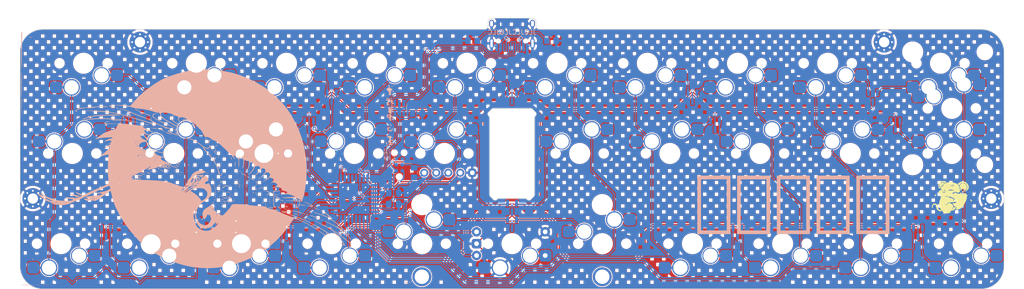
<source format=kicad_pcb>
(kicad_pcb (version 20221018) (generator pcbnew)
  (layers (0 "F.Cu" signal) (31 "B.Cu" signal) (34 "B.Paste" user) (35 "F.Paste" user) (36 "B.SilkS" user "B.Silkscreen") (37 "F.SilkS" user "F.Silkscreen") (38 "B.Mask" user) (39 "F.Mask" user) (44 "Edge.Cuts" user))
  (net 0 "")
  (net 1 "+3.3V")
  (net 2 "GND")
  (net 3 "Net-(U1-VDDCORE)")
  (net 4 "Net-(D1-A1)")
  (net 5 "Net-(D1-A2)")
  (net 6 "r0")
  (net 7 "Net-(D2-A1)")
  (net 8 "Net-(D2-A2)")
  (net 9 "Net-(D3-A1)")
  (net 10 "Net-(D3-A2)")
  (net 11 "Net-(D4-A1)")
  (net 12 "Net-(D4-A2)")
  (net 13 "Net-(D5-A1)")
  (net 14 "Net-(D5-A2)")
  (net 15 "Net-(D6-A1)")
  (net 16 "Net-(D6-A2)")
  (net 17 "r1")
  (net 18 "Net-(D7-A1)")
  (net 19 "Net-(D7-A2)")
  (net 20 "Net-(D8-A1)")
  (net 21 "Net-(D8-A2)")
  (net 22 "Net-(D9-A1)")
  (net 23 "Net-(D9-A2)")
  (net 24 "Net-(D10-A1)")
  (net 25 "Net-(D10-A2)")
  (net 26 "Net-(D11-A1)")
  (net 27 "Net-(D11-A2)")
  (net 28 "r2")
  (net 29 "Net-(D12-A1)")
  (net 30 "Net-(D12-A2)")
  (net 31 "Net-(D13-A1)")
  (net 32 "Net-(D13-A2)")
  (net 33 "Net-(D14-A1)")
  (net 34 "Net-(D14-A2)")
  (net 35 "Net-(D15-A1)")
  (net 36 "Net-(D15-A2)")
  (net 37 "D-")
  (net 38 "D+")
  (net 40 "Net-(J1-CC2)")
  (net 42 "Net-(J1-CC1)")
  (net 43 "+5V")
  (net 44 "SWDIO")
  (net 45 "RESET")
  (net 46 "SWCLK")
  (net 48 "c0")
  (net 49 "c1")
  (net 50 "c2")
  (net 51 "c3")
  (net 52 "c4")
  (net 53 "c5")
  (net 54 "c6")
  (net 55 "c7")
  (net 56 "c8")
  (net 57 "c9")
  (net 58 "Enc_direct_pin")
  (net 59 "ENC_RIGHT")
  (net 60 "ENC_LEFT")
  (footprint "apfellib:MX-HotswapSAFE_no_silk" (layer "F.Cu") (at 219.204375 71.80625)
    (fp_text reference "MX19" hide)
    (fp_text value "MX_SW_HS")
  )
  (footprint "apfellib:MX-HotswapSAFE_no_silk" (layer "F.Cu") (at 157.291875 52.75625 180)
    (fp_text reference "MX6" hide)
    (fp_text value "MX_SW_HS")
  )
  (footprint "apfellib:MX-HotswapSAFE_no_silk" (layer "F.Cu") (at 243.016875 90.85625 180)
    (fp_text reference "MX30" hide)
    (fp_text value "MX_SW_HS")
  )
  (footprint "apfellib:MX-HotswapSAFE_no_silk" (layer "F.Cu") (at 147.766875 90.85625 180)
    (fp_text reference "MX31" hide)
    (fp_text value "MX_SW_HS")
  )
  (footprint "apfellib:MX-HotswapSAFE_no_silk" (layer "F.Cu") (at 128.716875 90.85625)
    (fp_text reference "MX25" hide)
    (fp_text value "MX_SW_HS")
  )
  (footprint "apfellib:MX-HotswapSAFE_no_silk" (layer "F.Cu") (at 162.054375 71.80625)
    (fp_text reference "MX16" hide)
    (fp_text value "MX_SW_HS")
  )
  (footprint "LOGO" (layer "F.Cu") (at 240.636099 81.033665)
    (fp_text reference "G***")
    (fp_text value "LOGO" hide)
  )
  (footprint "apfellib:MX-HotswapSAFE_no_silk" (layer "F.Cu") (at 200.154375 71.80625)
    (fp_text reference "MX18" hide)
    (fp_text value "MX_SW_HS")
  )
  (footprint "apfellib:MX-HotswapSAFE_no_silk" (layer "F.Cu") (at 100.141875 52.75625 180)
    (fp_text reference "MX3" hide)
    (fp_text value "MX_SW_HS")
  )
  (footprint "apfellib:ROT_Alps_EC11E-Switch_noMP_nosilk" (layer "F.Cu") (at 147.766875 90.85625 -90)
    (fp_text reference "SW1" hide)
    (fp_text value "RotaryEncoder_Switch")
  )
  (footprint "apfellib:MX-HotswapSAFE_no_silk" (layer "F.Cu") (at 138.241875 52.75625 180)
    (fp_text reference "MX5" hide)
    (fp_text value "MX_SW_HS")
  )
  (footprint "Connector_PinHeader_2.54mm:PinHeader_1x05_P2.54mm_Vertical" (layer "F.Cu") (at 139.376875 75.87625 -90)
    (fp_text reference "J3" hide)
    (fp_text value "Conn_01x05_Pin")
  )
  (footprint "apfellib:MX-HotswapSAFE_no_silk" (layer "F.Cu") (at 76.329375 71.80625)
    (fp_text reference "MX12" hide)
    (fp_text value "MX_SW_HS")
  )
  (footprint "BeiBob:MountingHole_2.2mm_M2_Pad_Via_nosilk" (layer "F.Cu") (at 46.563735 81.331322)
    (fp_text reference "H3" hide)
    (fp_text value "MountingHole_Pad")
  )
  (footprint "apfellib:MX-HotswapSAFE_no_silk" (layer "F.Cu") (at 109.666875 90.85625 180)
    (fp_text reference "MX24" hide)
    (fp_text value "MX_SW_HS")
  )
  (footprint "apfellib:MX-HotswapSAFE_no_silk" (layer "F.Cu") (at 71.566875 90.85625 180)
    (fp_text reference "MX22" hide)
    (fp_text value "MX_SW_HS")
  )
  (footprint "apfellib:MX-HotswapSAFE_no_silk" (layer "F.Cu") (at 223.966875 90.85625 180)
    (fp_text reference "MX29" hide)
    (fp_text value "MX_SW_HS")
  )
  (footprint "BeiBob:MountingHole_2.2mm_M2_Pad_Via_nosilk" (layer "F.Cu") (at 69.185667 48.291395)
    (fp_text reference "H1" hide)
    (fp_text value "MountingHole_Pad")
  )
  (footprint "apfellib:MX-HotswapSAFE_no_silk" (layer "F.Cu") (at 181.104375 71.80625)
    (fp_text reference "MX17" hide)
    (fp_text value "MX_SW_HS")
  )
  (footprint "apfellib:MX-HotswapSAFE_no_silk" (layer "F.Cu") (at 133.479375 71.80625)
    (fp_text reference "MX15" hide)
    (fp_text value "MX_SW_HS")
  )
  (footprint "apfellib:MX-HotswapSAFE_no_silk" (layer "F.Cu") (at 52.516875 90.85625 180)
    (fp_text reference "MX21" hide)
    (fp_text value "MX_SW_HS")
  )
  (footprint "apfellib:MX-HotswapSAFE_no_silk" (layer "F.Cu") (at 185.866875 90.85625 180)
    (fp_text reference "MX27" hide)
    (fp_text value "MX_SW_HS")
  )
  (footprint "apfellib:MX-HotswapSAFE_no_silk" (layer "F.Cu") (at 176.341875 52.75625 180)
    (fp_text reference "MX7" hide)
    (fp_text value "MX_SW_HS")
  )
  (footprint "apfellib:MX-HotswapSAFE_no_silk" (layer "F.Cu") (at 166.816875 90.85625)
    (fp_text reference "MX26" hide)
    (fp_text value "MX_SW_HS")
  )
  (footprint "apfellib:MX-HotswapSAFE_no_silk" (layer "F.Cu") (at 240.635625 71.80625)
    (fp_text reference "MX20" hide)
    (fp_text value "MX_SW_HS")
  )
  (footprint "PCM_marbastlib-mx:STAB_MX_ISO-ROT" (layer "F.Cu") (at 240.635625 62.28125)
    (fp_text reference "S2" hide)
    (fp_text value "MX_stab")
  )
  (footprint "apfellib:MX-HotswapSAFE_no_silk" (layer "F.Cu") (at 119.191875 52.75625 180)
    (fp_text reference "MX4" hide)
    (fp_text value "MX_SW_HS")
  )
  (footprint "apfellib:MX-HotswapSAFE_no_silk" (layer "F.Cu") (at 240.635625 62.28125)
    (fp_text reference "MX32" hide)
    (fp_text value "MX_SW_HS")
  )
  (footprint "apfellib:MX-HotswapSAFE_no_silk" (layer "F.Cu") (at 114.429375 71.80625)
    (fp_text reference "MX14" hide)
    (fp_text value "MX_SW_HS")
  )
  (footprint "apfellib:MX-HotswapSAFE_no_silk" (layer "F.Cu") (at 90.616875 90.85625 180)
    (fp_text reference "MX23" hide)
    (fp_text value "MX_SW_HS")
  )
  (footprint "BeiBob:MountingHole_2.2mm_M2_Pad_Via_nosilk" (layer "F.Cu") (at 226.348563 48.291395)
    (fp_text reference "H2" hide)
    (fp_text value "MountingHole_Pad")
  )
  (footprint "BeiBob:MountingHole_2.2mm_M2_Pad_Via_nosilk" (layer "F.Cu") (at 248.970495 81.331322)
    (fp_text reference "H4" hide)
    (fp_text value "MountingHole_Pad")
  )
  (footprint "apfellib:MX-HotswapSAFE_no_silk" (layer "F.Cu") (at 57.279375 52.75625 180)
    (fp_text reference "MX1" hide)
    (fp_text value "MX_SW_HS")
  )
  (footprint "apfellib:MX-HotswapSAFE_no_silk" (layer "F.Cu") (at 204.916875 90.85625 180)
    (fp_text reference "MX28" hide)
    (fp_text value "MX_SW_HS")
  )
  (footprint "apfellib:MX-HotswapSAFE_no_silk" (layer "F.Cu") (at 238.254375 52.75625 180)
    (fp_text reference "MX10" hide)
    (fp_text value "MX_SW_HS")
  )
  (footprint "apfellib:MX-HotswapSAFE_no_silk" (layer "F.Cu") (at 81.091875 52.75625 180)
    (fp_text reference "MX2" hide)
    (fp_text value "MX_SW_HS")
  )
  (footprint "PCM_marbastlib-mx:STAB_MX_P_3u" (layer "F.Cu") (at 147.766875 90.85625 180)
    (fp_text reference "S1" hide)
    (fp_text value "MX_stab")
  )
  (footprint "apfellib:MX-HotswapSAFE_no_silk" (layer "F.Cu") (at 54.898125 71.80625)
    (fp_text reference "MX11" hide)
    (fp_text value "MX_SW_HS")
  )
  (footprint "apfellib:MX-HotswapSAFE_no_silk" (layer "F.Cu") (at 195.391875 52.75625 180)
    (fp_text reference "MX8" hide)
    (fp_text value "MX_SW_HS")
  )
  (footprint "apfellib:MX-HotswapSAFE_no_silk" (layer "F.Cu") (at 95.379375 71.80625)
    (fp_text reference "MX13" hide)
    (fp_text value "MX_SW_HS")
  )
  (footprint "apfellib:MX-HotswapSAFE_no_silk" (layer "F.Cu") (at 214.441875 52.75625 180)
    (fp_text reference "MX9" hide)
    (fp_text value "MX_SW_HS")
  )
  (footprint "Capacitor_SMD:C_0805_2012Metric_Pad1.18x1.45mm_HandSolder" (layer "B.Cu") (at 127.776875 63.35125)
    (fp_text reference "C1" hide)
    (fp_text value "1nF")
  )
  (footprint "Package_TO_SOT_SMD:SOT-23-5" (layer "B.Cu") (at 123.954375 62.28125 -90)
    (fp_text reference "U2" hide)
    (fp_text value "AP2112K-3.3")
  )
  (footprint "LOGO" (layer "B.Cu") (at 85.376875 72.87625 180)
    (fp_text reference "tsuru" hide)
    (fp_text value "LOGO" hide)
  )
  (footprint "BeiBob:apfel_SOT-23_silkless" (layer "B.Cu") (at 62.041875 88.475 -90)
    (fp_text reference "D11" hide)
    (fp_text value "BAV70_Small")
  )
  (footprint "BeiBob:apfel_SOT-23_silkless" (layer "B.Cu") (at 233.491875 88.475 -90)
    (fp_text reference "D15" hide)
    (fp_text value "BAV70_Small")
  )
  (footprint "BeiBob:apfel_SOT-23_silkless" (layer "B.Cu") (at 195.391875 88.475 -90)
    (fp_text reference "D14" hide)
    (fp_text value "BAV70_Small")
  )
  (footprint "Button_Switch_SMD:SW_SPST_SKQG_WithStem" (layer "B.Cu") (at 100.141875 81.33125 90)
    (fp_text reference "SW2" hide)
    (fp_text value "SKQGAKE020")
  )
  (footprint "BeiBob:apfel_SOT-23_silkless" (layer "B.Cu") (at 228.729375 65.853125 -90)
    (fp_text reference "D10" hide)
    (fp_text value "BAV70_Small")
  )
  (footprint "Connector:Tag-Connect_TC2030-IDC-NL_2x03_P1.27mm_Vertical" (layer "B.Cu") (at 123.954375 74.1875 90)
    (fp_text reference "J2" hide)
    (fp_text value "Conn_ARM_SWD_TagConnect_TC2030-NL")
  )
  (footprint "BeiBob:apfel_SOT-23_silkless" (layer "B.Cu") (at 147.766875 59.9 -90)
    (fp_text reference "D3" hide)
    (fp_text value "BAV70_Small")
  )
  (footprint "Resistor_SMD:R_0805_2012Metric_Pad1.20x1.40mm_HandSolder" (layer "B.Cu") (at 156.10125 47.99375)
    (fp_text reference "R2" hide)
    (fp_text value "5.1k")
  )
  (footprint "BeiBob:apfel_SOT-23_silkless" (layer "B.Cu") (at 190.629375 65.853125 -90)
    (fp_text reference "D9" hide)
    (fp_text value "BAV70_Small")
  )
  (footprint "BeiBob:apfel_SOT-23_silkless" (layer "B.Cu") (at 66.804375 65.853125 -90)
    (fp_text reference "D6" hide)
    (fp_text value "BAV70_Small")
  )
  (footprint "BeiBob:apfel_SOT-23_silkless" (layer "B.Cu") (at 104.904375 65.853125 -90)
    (fp_text reference "D7" hide)
    (fp_text value "BAV70_Small")
  )
  (footprint "Resistor_SMD:R_0805_2012Metric_Pad1.20x1.40mm_HandSolder" (layer "B.Cu") (at 139.4325 47.99375 180)
    (fp_text reference "R1" hide)
    (fp_text value "5.1k")
  )
  (footprint "BeiBob:apfel_SOT-23_silkless" (layer "B.Cu") (at 223.966875 59.9 -90)
    (fp_text reference "D5" hide)
    (fp_text value "BAV70_Small")
  )
  (footprint "BeiBob:apfel_SOT-23_silkless" (layer "B.Cu") (at 147.766875 83.251227 -90)
    (fp_text reference "D8" hide)
    (fp_text value "BAV70_Small")
  )
  (footprint "Capacitor_SMD:C_0805_2012Metric_Pad1.18x1.45mm_HandSolder" (layer "B.Cu") (at 122.76375 80.140875 180)
    (fp_text reference "C3" hide)
    (fp_text value "1nF")
  )
  (footprint "BeiBob:apfel_SOT-23_silkless" (layer "B.Cu") (at 185.866875 59.9 -90)
    (fp_text reference "D4" hide)
    (fp_text value "BAV70_Small")
  )
  (footprint "BeiBob:apfel_SOT-23_silkless" (layer "B.Cu") (at 109.666875 59.9 -90)
    (fp_text reference "D2" hide)
    (fp_text value "BAV70_Small")
  )
  (footprint "Resistor_SMD:R_0805_2012Metric_Pad1.20x1.40mm_HandSolder" (layer "B.Cu") (at 127.086875 75.83725 90)
    (fp_text reference "R3" hide)
    (fp_text value "1k")
  )
  (footprint "Capacitor_SMD:C_0805_2012Metric_Pad1.18x1.45mm_HandSolder" (layer "B.Cu") (at 122.76375 82.521875)
    (fp_text reference "C2" hide)
    (fp_text value "100nF")
  )
  (footprint "samd21pad:USB_C_Receptacle_GT-USB-7010" (layer "B.Cu") (at 147.766875 46.24375)
    (fp_text reference "J1" hide)
    (fp_text value "USB_C_Receptacle_USB2.0")
  )
  (footprint "BeiBob:apfel_SOT-23_silkless" (layer "B.Cu") (at 71.566875 59.9 -90)
    (fp_text reference "D1" hide)
    (fp_text value "BAV70_Small")
  )
  (footprint "Package_QFP:TQFP-32_7x7mm_P0.8mm" (layer "B.Cu") (at 114.429375 81.33125 90)
    (fp_text reference "U1" hide)
    (fp_text value "ATSAMD21E17D-A")
  )
  (footprint "BeiBob:apfel_SOT-23_silkless" (layer "B.Cu") (at 100.141875 88.475 -90)
    (fp_text reference "D12" hide)
    (fp_text value "BAV70_Small")
  )
  (footprint "BeiBob:apfel_SOT-23_silkless" (layer "B.Cu") (at 147.766875 86.692481 -90)
    (fp_text reference "D13" hide)
    (fp_text value "BAV70_Small")
  )
  (gr_line (start 152.827292 44.862486) (end 152.827288 43.981222) (stroke (width 0.1)) (layer "Edge.Cuts"))
  (gr_arc (start 142.706946 44.862482) (mid 142.487285 45.39284) (end 141.956946 45.612482) (stroke (width 0.1)) (layer "Edge.Cuts"))
  (gr_arc (start 43.884822 50.37509) (mid 45.279729 47.007498) (end 48.647322 45.61259) (stroke (width 0.1)) (layer "Edge.Cuts"))
  (gr_arc (start 143.453318 62.427704) (mid 143.61553 62.319318) (end 143.806871 62.281258) (stroke (width 0.1)) (layer "Edge.Cuts"))
  (gr_arc (start 144.54863 81.573019) (mid 144.195083 81.719459) (end 143.841516 81.573026) (stroke (width 0.1)) (layer "Edge.Cuts"))
  (gr_arc (start 152.529459 64.274304) (mid 152.567519 64.082962) (end 152.675906 63.92075) (stroke (width 0.1)) (layer "Edge.Cuts"))
  (gr_arc (start 142.858004 63.92075) (mid 142.966391 64.082962) (end 143.004451 64.274304) (stroke (width 0.1)) (layer "Edge.Cuts"))
  (gr_line (start 152.771218 63.11833) (end 152.080592 62.427704) (stroke (width 0.1)) (layer "Edge.Cuts"))
  (gr_arc (start 152.771218 63.11833) (mid 152.917665 63.471883) (end 152.771219 63.825437) (stroke (width 0.1)) (layer "Edge.Cuts"))
  (gr_arc (start 151.692387 81.573033) (mid 151.338824 81.719509) (end 150.98528 81.573034) (stroke (width 0.1)) (layer "Edge.Cuts"))
  (gr_arc (start 144.643941 81.477704) (mid 144.806156 81.369312) (end 144.997503 81.331251) (stroke (width 0.1)) (layer "Edge.Cuts"))
  (gr_line (start 142.706946 43.981226) (end 142.706946 44.862482) (stroke (width 0.1)) (layer "Edge.Cuts"))
  (gr_arc (start 152.529459 80.528854) (mid 152.491399 80.720195) (end 152.383013 80.882407) (stroke (width 0.1)) (layer "Edge.Cuts"))
  (gr_line (start 150.889966 81.47772) (end 150.98528 81.573034) (stroke (width 0.1)) (layer "Edge.Cuts"))
  (gr_line (start 152.077288 43.231226) (end 143.456946 43.231226) (stroke (width 0.1)) (layer "Edge.Cuts"))
  (gr_arc (start 143.150897 80.882407) (mid 143.042536 80.72019) (end 143.004451 80.528854) (stroke (width 0.1)) (layer "Edge.Cuts"))
  (gr_line (start 142.858004 63.92075) (end 142.762691 63.825437) (stroke (width 0.1)) (layer "Edge.Cuts"))
  (gr_line (start 143.004451 80.528854) (end 143.004451 64.274304) (stroke (width 0.1)) (layer "Edge.Cuts"))
  (gr_arc (start 48.647322 100.381358) (mid 45.279745 98.986449) (end 43.884822 95.618858) (stroke (width 0.1)) (layer "Edge.Cuts"))
  (gr_line (start 143.841516 81.573026) (end 143.150897 80.882407) (stroke (width 0.1)) (layer "Edge.Cuts"))
  (gr_line (start 152.529459 64.274304) (end 152.529459 80.528854) (stroke (width 0.1)) (layer "Edge.Cuts"))
  (gr_line (start 142.762692 63.11833) (end 143.453318 62.427704) (stroke (width 0.1)) (layer "Edge.Cuts"))
  (gr_line (start 43.884822 95.618858) (end 43.884822 50.37509) (stroke (width 0.1)) (layer "Edge.Cuts"))
  (gr_line (start 251.6499 50.374982) (end 251.649408 95.61875) (stroke (width 0.1)) (layer "Edge.Cuts"))
  (gr_line (start 48.647322 45.61259) (end 141.956946 45.612482) (stroke (width 0.1)) (layer "Edge.Cuts"))
  (gr_arc (start 153.577292 45.612482) (mid 153.046975 45.39281) (end 152.827292 44.862486) (stroke (width 0.1)) (layer "Edge.Cuts"))
  (gr_line (start 246.886908 100.38125) (end 48.647322 100.381358) (stroke (width 0.1)) (layer "Edge.Cuts"))
  (gr_line (start 144.643941 81.477704) (end 144.54863 81.573019) (stroke (width 0.1)) (layer "Edge.Cuts"))
  (gr_arc (start 142.762691 63.825437) (mid 142.616245 63.471883) (end 142.762692 63.11833) (stroke (width 0.1)) (layer "Edge.Cuts"))
  (gr_arc (start 150.536414 81.331273) (mid 150.727754 81.369336) (end 150.889966 81.47772) (stroke (width 0.1)) (layer "Edge.Cuts"))
  (gr_line (start 150.536414 81.331273) (end 144.997503 81.331251) (stroke (width 0.1)) (layer "Edge.Cuts"))
  (gr_line (start 153.577292 45.612482) (end 246.8874 45.612482) (stroke (width 0.1)) (layer "Edge.Cuts"))
  (gr_arc (start 142.706946 43.981226) (mid 142.926616 43.450896) (end 143.456946 43.231226) (stroke (width 0.1)) (layer "Edge.Cuts"))
  (gr_line (start 152.675906 63.92075) (end 152.771219 63.825437) (stroke (width 0.1)) (layer "Edge.Cuts"))
  (gr_arc (start 151.727039 62.281258) (mid 151.918374 62.319328) (end 152.080592 62.427704) (stroke (width 0.1)) (layer "Edge.Cuts"))
  (gr_line (start 151.692387 81.573033) (end 152.383013 80.882407) (stroke (width 0.1)) (layer "Edge.Cuts"))
  (gr_arc (start 246.8874 45.612482) (mid 250.25503 47.007374) (end 251.6499 50.374982) (stroke (width 0.1)) (layer "Edge.Cuts"))
  (gr_line (start 143.806871 62.281258) (end 151.727039 62.281258) (stroke (width 0.1)) (layer "Edge.Cuts"))
  (gr_arc (start 251.649408 95.61875) (mid 250.254485 98.986305) (end 246.886908 100.38125) (stroke (width 0.1)) (layer "Edge.Cuts"))
  (gr_arc (start 152.077288 43.231226) (mid 152.607615 43.450892) (end 152.827288 43.981222) (stroke (width 0.1)) (layer "Edge.Cuts"))
  (gr_text "JLCJLCJLCJLC" (at 147.767115 46.207796) (layer "B.SilkS") (effects (font (size 1 1)) (justify mirror)))
  (gr_text "おんがえし" (at 207.176875 82.18625) (layer "B.SilkS") (effects (font (size 10 10) (thickness 2.5)) (justify mirror)))
  (segment (start 126.739375 63.35125) (end 125.684375 64.40625) (width 0.25) (layer "B.Cu") (net 1))
  (segment (start 122.766875 81.059854) (end 121.72625 82.100479) (width 0.25) (layer "B.Cu") (net 1))
  (segment (start 124.066875 64.48125) (end 124.066875 68.95625) (width 0.25) (layer "B.Cu") (net 1))
  (segment (start 125.569416 78.354709) (end 127.086875 76.83725) (width 0.25) (layer "B.Cu") (net 1))
  (segment (start 112.535 84.41625) (end 110.464375 84.41625) (width 0.25) (layer "B.Cu") (net 1))
  (segment (start 121.72625 82.521875) (end 118.68875 82.521875) (width 0.25) (layer "B.Cu") (net 1))
  (segment (start 121.986875 74.125) (end 123.319375 75.4575) (width 0.25) (layer "B.Cu") (net 1))
  (segment (start 128.255875 76.83725) (end 129.216875 75.87625) (width 0.25) (layer "B.Cu") (net 1))
  (segment (start 124.066875 68.95625) (end 121.986875 71.03625) (width 0.25) (layer "B.Cu") (net 1))
  (segment (start 123.768416 78.354709) (end 125.569416 78.354709) (width 0.25) (layer "B.Cu") (net 1))
  (segment (start 123.004375 63.41875) (end 124.066875 64.48125) (width 0.25) (layer "B.Cu") (net 1))
  (segment (start 122.766875 79.35625) (end 122.766875 81.059854) (width 0.25) (layer "B.Cu") (net 1))
  (segment (start 110.464375 84.41625) (end 110.179375 84.13125) (width 0.25) (layer "B.Cu") (net 1))
  (segment (start 123.319375 75.4575) (end 122.766875 76.01) (width 0.25) (layer "B.Cu") (net 1))
  (segment (start 123.991875 64.40625) (end 123.004375 63.41875) (width 0.25) (layer "B.Cu") (net 1))
  (segment (start 122.766875 76.01) (end 122.766875 79.35625) (width 0.25) (layer "B.Cu") (net 1))
  (segment (start 114.42 82.53125) (end 112.535 84.41625) (width 0.25) (layer "B.Cu") (net 1))
  (segment (start 121.72625 82.100479) (end 121.72625 82.521875) (width 0.25) (layer "B.Cu") (net 1))
  (segment (start 118.679375 82.53125) (end 114.42 82.53125) (width 0.25) (layer "B.Cu") (net 1))
  (segment (start 122.766875 79.35625) (end 123.768416 78.354709) (width 0.25) (layer "B.Cu") (net 1))
  (segment (start 118.68875 82.521875) (end 118.679375 82.53125) (width 0.25) (layer "B.Cu") (net 1))
  (segment (start 127.086875 76.83725) (end 128.255875 76.83725) (width 0.25) (layer "B.Cu") (net 1))
  (segment (start 121.986875 71.03625) (end 121.986875 74.125) (width 0.25) (layer "B.Cu") (net 1))
  (segment (start 125.684375 64.40625) (end 123.991875 64.40625) (width 0.25) (layer "B.Cu") (net 1))
  (segment (start 140.266875 90.85625) (end 141.776875 92.36625) (width 0.25) (layer "F.Cu") (net 2))
  (segment (start 140.266875 90.85625) (end 141.856875 89.26625) (width 0.25) (layer "F.Cu") (net 2))
  (via (at 112.048125 78.95) (size 0.5) (drill 0.3) (layers "F.Cu" "B.Cu") (net 2))
  (via (at 116.810625 78.95) (size 0.5) (drill 0.3) (layers "F.Cu" "B.Cu") (net 2))
  (via (at 98.355976 71.806266) (size 0.5) (drill 0.3) (layers "F.Cu" "B.Cu") (net 2))
  (via (at 125.740374 80.140648) (size 0.5) (drill 0.3) (layers "F.Cu" "B.Cu") (net 2))
  (via (at 112.048125 83.7125) (size 0.5) (drill 0.3) (layers "F.Cu" "B.Cu") (net 2))
  (via (at 136.816875 86.86625) (size 0.5) (drill 0.3) (layers "F.Cu" "B.Cu") (net 2))
  (via (at 116.810625 83.7125) (size 0.5) (drill 0.3) (layers "F.Cu" "B.Cu") (net 2))
  (segment (start 152.086875 48.55375) (end 151.956875 48.55375) (width 0.25) (layer "B.Cu") (net 2))
  (segment (start 143.576875 48.55375) (end 144.416875 49.39375) (width 0.25) (layer "B.Cu") (net 2))
  (segment (start 143.446875 48.55375) (end 143.576875 48.55375) (width 0.25) (layer "B.Cu") (net 2))
  (segment (start 151.956875 48.55375) (end 151.116875 49.39375) (width 0.25) (layer "B.Cu") (net 2))
  (segment (start 118.679375 81.73125) (end 120.135875 81.73125) (width 0.25) (layer "B.Cu") (net 3))
  (segment (start 120.135875 81.73125) (end 121.72625 80.140875) (width 0.25) (layer "B.Cu") (net 3))
  (segment (start 66.950625 55.29625) (end 61.089375 55.29625) (width 0.25) (layer "B.Cu") (net 4))
  (segment (start 70.616875 58.9625) (end 66.950625 55.29625) (width 0.25) (layer "B.Cu") (net 4))
  (segment (start 73.643125 57.83625) (end 78.551875 57.83625) (width 0.25) (layer "B.Cu") (net 5))
  (segment (start 72.516875 58.9625) (end 73.643125 57.83625) (width 0.25) (layer "B.Cu") (net 5))
  (segment (start 113.23875 62.28125) (end 140.623125 62.28125) (width 0.25) (layer "F.Cu") (net 6))
  (segment (start 145.385625 61.090625) (end 147.766875 58.709375) (width 0.25) (layer "F.Cu") (net 6))
  (segment (start 182.295 62.28125) (end 154.910625 62.28125) (width 0.25) (layer "F.Cu") (net 6))
  (segment (start 153.72 61.090625) (end 150.148125 61.090625) (width 0.25) (layer "F.Cu") (net 6))
  (segment (start 140.623125 62.28125) (end 141.81375 61.090625) (width 0.25) (layer "F.Cu") (net 6))
  (segment (start 150.148125 61.090625) (end 147.766875 58.709375) (width 0.25) (layer "F.Cu") (net 6))
  (segment (start 154.910625 62.28125) (end 153.72 61.090625) (width 0.25) (layer "F.Cu") (net 6))
  (segment (start 141.81375 61.090625) (end 145.385625 61.090625) (width 0.25) (layer "F.Cu") (net 6))
  (segment (start 109.666875 58.709375) (end 106.095 62.28125) (width 0.25) (layer "F.Cu") (net 6))
  (segment (start 109.666875 58.709375) (end 113.23875 62.28125) (width 0.25) (layer "F.Cu") (net 6))
  (segment (start 223.966875 62.28125) (end 189.43875 62.28125) (width 0.25) (layer "F.Cu") (net 6))
  (segment (start 185.866875 58.709375) (end 182.295 62.28125) (width 0.25) (layer "F.Cu") (net 6))
  (segment (start 106.095 62.28125) (end 71.566875 62.28125) (width 0.25) (layer "F.Cu") (net 6))
  (segment (start 189.43875 62.28125) (end 185.866875 58.709375) (width 0.25) (layer "F.Cu") (net 6))
  (via (at 223.966875 62.28125) (size 0.5) (drill 0.3) (layers "F.Cu" "B.Cu") (net 6))
  (via (at 71.566875 62.28125) (size 0.5) (drill 0.3) (layers "F.Cu" "B.Cu") (net 6))
  (via (at 147.766875 58.709375) (size 0.5) (drill 0.3) (layers "F.Cu" "B.Cu") (net 6))
  (via (at 185.866875 58.709375) (size 0.5) (drill 0.3) (layers "F.Cu" "B.Cu") (net 6))
  (via (at 109.666875 58.709375) (size 0.5) (drill 0.3) (layers "F.Cu" "B.Cu") (net 6))
  (segment (start 108.5075 78.53125) (end 105.354375 75.378125) (width 0.25) (layer "B.Cu") (net 6))
  (segment (start 71.566875 60.8375) (end 71.566875 62.28125) (width 0.25) (layer "B.Cu") (net 6))
  (segment (start 107.956875 67.41625) (end 109.666875 65.70625) (width 0.25) (layer "B.Cu") (net 6))
  (segment (start 105.354375 75.378125) (end 105.354375 68.39875) (width 0.25) (layer "B.Cu") (net 6))
  (segment (start 106.336875 67.41625) (end 107.956875 67.41625) (width 0.25) (layer "B.Cu") (net 6))
  (segment (start 110.179375 78.53125) (end 108.5075 78.53125) (width 0.25) (layer "B.Cu") (net 6))
  (segment (start 147.766875 58.709375) (end 147.766875 60.8375) (width 0.25) (layer "B.Cu") (net 6))
  (segment (start 109.666875 60.8375) (end 109.666875 58.709375) (width 0.25) (layer "B.Cu") (net 6))
  (segment (start 223.966875 60.8375) (end 223.966875 62.28125) (width 0.25) (layer "B.Cu") (net 6))
  (segment (start 105.354375 68.39875) (end 106.336875 67.41625) (width 0.25) (layer "B.Cu") (net 6))
  (segment (start 109.666875 65.70625) (end 109.666875 60.8375) (width 0.25) (layer "B.Cu") (net 6))
  (segment (start 185.866875 60.8375) (end 185.866875 58.709375) (width 0.25) (layer "B.Cu") (net 6))
  (segment (start 107.226875 55.29625) (end 103.951875 55.29625) (width 0.25) (layer "B.Cu") (net 7))
  (segment (start 108.716875 58.9625) (end 108.716875 56.78625) (width 0.25) (layer "B.Cu") (net 7))
  (segment (start 108.716875 56.78625) (end 107.226875 55.29625) (width 0.25) (layer "B.Cu") (net 7))
  (segment (start 111.743125 57.83625) (end 116.651875 57.83625) (width 0.25) (layer "B.Cu") (net 8))
  (segment (start 110.616875 58.9625) (end 111.743125 57.83625) (width 0.25) (layer "B.Cu") (net 8))
  (segment (start 146.816875 56.78625) (end 145.326875 55.29625) (width 0.25) (layer "B.Cu") (net 9))
  (segment (start 145.326875 55.29625) (end 142.051875 55.29625) (width 0.25) (layer "B.Cu") (net 9))
  (segment (start 146.816875 58.9625) (end 146.816875 56.78625) (width 0.25) (layer "B.Cu") (net 9))
  (segment (start 149.843125 57.83625) (end 154.751875 57.83625) (width 0.25) (layer "B.Cu") (net 10))
  (segment (start 148.716875 58.9625) (end 149.843125 57.83625) (width 0.25) (layer "B.Cu") (net 10))
  (segment (start 184.916875 58.9625) (end 184.916875 56.78625) (width 0.25) (layer "B.Cu") (net 11))
  (segment (start 184.916875 56.78625) (end 183.426875 55.29625) (width 0.25) (layer "B.Cu") (net 11))
  (segment (start 183.426875 55.29625) (end 180.151875 55.29625) (width 0.25) (layer "B.Cu") (net 11))
  (segment (start 187.943125 57.83625) (end 192.851875 57.83625) (width 0.25) (layer "B.Cu") (net 12))
  (segment (start 186.816875 58.9625) (end 187.943125 57.83625) (width 0.25) (layer "B.Cu") (net 12))
  (segment (start 223.016875 58.9625) (end 223.016875 56.78625) (width 0.25) (layer "B.Cu") (net 13))
  (segment (start 221.526875 55.29625) (end 218.251875 55.29625) (width 0.25) (layer "B.Cu") (net 13))
  (segment (start 223.016875 56.78625) (end 221.526875 55.29625) (width 0.25) (layer "B.Cu") (net 13))
  (segment (start 224.916875 58.9625) (end 226.043125 57.83625) (width 0.25) (layer "B.Cu") (net 14))
  (segment (start 226.043125 57.83625) (end 235.714375 57.83625) (width 0.25) (layer "B.Cu") (net 14))
  (segment (start 65.854375 64.915625) (end 64.04375 66.72625) (width 0.25) (layer "B.Cu") (net 15))
  (segment (start 64.04375 66.72625) (end 57.438125 66.72625) (width 0.25) (layer "B.Cu") (net 15))
  (segment (start 72.519375 69.26625) (end 69.244375 69.26625) (width 0.25) (layer "B.Cu") (net 16))
  (segment (start 67.754375 64.915625) (end 67.754375 67.77625) (width 0.25) (layer "B.Cu") (net 16))
  (segment (start 67.754375 67.77625) (end 69.244375 69.26625) (width 0.25) (layer "B.Cu") (net 16))
  (segment (start 106.281396 62.73125) (end 109.666875 59.345771) (width 0.25) (layer "F.Cu") (net 17))
  (segment (start 154.910625 63.471875) (end 153.72 64.6625) (width 0.25) (layer "F.Cu") (net 17))
  (segment (start 228.729375 63.471875) (end 223.966875 63.471875) (width 0.25) (layer "F.Cu") (net 17))
  (segment (start 72.016875 63.471875) (end 66.804375 63.471875) (width 0.25) (layer "F.Cu") (net 17))
  (segment (start 153.72 81.33125) (end 151.33875 83.7125) (width 0.25) (layer "F.Cu") (net 17))
  (segment (start 223.22625 62.73125) (end 222.77625 62.73125) (width 0.25) (layer "F.Cu") (net 17))
  (segment (start 185.866875 59.345771) (end 182.481396 62.73125) (width 0.25) (layer "F.Cu") (net 17))
  (segment (start 223.966875 63.471875) (end 223.22625 62.73125) (width 0.25) (layer "F.Cu") (net 17))
  (segment (start 113.052354 62.73125) (end 140.809521 62.73125) (width 0.25) (layer "F.Cu") (net 17))
  (segment (start 141.81375 64.6625) (end 141.81375 81.33125) (width 0.25) (layer "F.Cu") (net 17))
  (segment (start 191.82 62.73125) (end 191.37 62.73125) (width 0.25) (layer "F.Cu") (net 17))
  (segment (start 104.16375 62.73125) (end 103.71375 62.73125) (width 0.25) (layer "F.Cu") (net 17))
  (segment (start 145.385625 82.521875) (end 147.766875 82.521875) (width 0.25) (layer "F.Cu") (net 17))
  (segment (start 104.904375 63.471875) (end 105.645 62.73125) (width 0.25) (layer "F.Cu") (net 17))
  (segment (start 189.252354 62.73125) (end 185.866875 59.345771) (width 0.25) (layer "F.Cu") (net 17))
  (segment (start 189.88875 62.73125) (end 189.252354 62.73125) (width 0.25) (layer "F.Cu") (net 17))
  (segment (start 182.481396 62.73125) (end 154.724229 62.73125) (width 0.25) (layer "F.Cu") (net 17))
  (segment (start 140.623125 63.471875) (end 141.81375 64.6625) (width 0.25) (layer "F.Cu") (net 17))
  (segment (start 141.81375 81.33125) (end 144.195 83.7125) (width 0.25) (layer "F.Cu") (net 17))
  (segment (start 104.904375 63.471875) (end 104.16375 62.73125) (width 0.25) (layer "F.Cu") (net 17))
  (segment (start 151.33875 83.7125) (end 150.148125 82.521875) (width 0.25) (layer "F.Cu") (net 17))
  (segment (start 154.724229 62.73125) (end 154.274229 62.28125) (width 0.25) (layer "F.Cu") (net 17))
  (segment (start 154.274229 62.28125) (end 153.72 62.28125) (width 0.25) (layer "F.Cu") (net 17))
  (segment (start 109.666875 59.345771) (end 113.052354 62.73125) (width 0.25) (layer "F.Cu") (net 17))
  (segment (start 103.71375 62.73125) (end 73.2075 62.73125) (width 0.25) (layer "F.Cu") (net 17))
  (segment (start 190.629375 63.471875) (end 189.88875 62.73125) (width 0.25) (layer "F.Cu") (net 17))
  (segment (start 73.2075 62.73125) (end 72.7575 62.73125) (width 0.25) (layer "F.Cu") (net 17))
  (segment (start 222.77625 62.73125) (end 192.27 62.73125) (width 0.25) (layer "F.Cu") (net 17))
  (segment (start 141.81375 62.28125) (end 140.623125 63.471875) (width 0.25) (layer "F.Cu") (net 17))
  (segment (start 105.645 62.73125) (end 106.281396 62.73125) (width 0.25) (layer "F.Cu") (net 17))
  (segment (start 192.27 62.73125) (end 191.82 62.73125) (width 0.25) (layer "F.Cu") (net 17))
  (segment (start 153.72 62.28125) (end 154.910625 63.471875) (width 0.25) (layer "F.Cu") (net 17))
  (segment (start 150.148125 82.521875) (end 147.766875 82.521875) (width 0.25) (layer "F.Cu") (net 17))
  (segment (start 191.37 62.73125) (end 190.629375 63.471875) (width 0.25) (layer "F.Cu") (net 17))
  (segment (start 153.72 64.6625) (end 153.72 81.33125) (width 0.25) (layer "F.Cu") (net 17))
  (segment (start 140.809521 62.73125) (end 141.259521 62.28125) (width 0.25) (layer "F.Cu") (net 17))
  (segment (start 72.7575 62.73125) (end 72.016875 63.471875) (width 0.25) (layer "F.Cu") (net 17))
  (segment (start 144.195 83.7125) (end 145.385625 82.521875) (width 0.25) (layer "F.Cu") (net 17))
  (segment (start 141.259521 62.28125) (end 141.81375 62.28125) (width 0.25) (layer "F.Cu") (net 17))
  (via (at 190.629375 63.471875) (size 0.5) (drill 0.3) (layers "F.Cu" "B.Cu") (net 17))
  (via (at 66.804375 63.471875) (size 0.5) (drill 0.3) (layers "F.Cu" "B.Cu") (net 17))
  (via (at 228.729375 63.471875) (size 0.5) (drill 0.3) (layers "F.Cu" "B.Cu") (net 17))
  (via (at 147.766875 82.521875) (size 0.5) (drill 0.3) (layers "F.Cu" "B.Cu") (net 17))
  (via (at 104.904375 63.471875) (size 0.5) (drill 0.3) (layers "F.Cu" "B.Cu") (net 17))
  (segment (start 190.629375 66.790625) (end 190.629375 63.471875) (width 0.25) (layer "B.Cu") (net 17))
  (segment (start 104.904375 66.790625) (end 104.904375 63.471875) (width 0.25) (layer "B.Cu") (net 17))
  (segment (start 110.179375 79.33125) (end 108.671104 79.33125) (width 0.25) (layer "B.Cu") (net 17))
  (segment (start 108.671104 79.33125) (end 104.904375 75.564521) (width 0.25) (layer "B.Cu") (net 17))
  (segment (start 66.804375 63.471875) (end 66.804375 66.790625) (width 0.25) (layer "B.Cu") (net 17))
  (segment (start 147.766875 84.188727) (end 147.766875 82.521875) (width 0.25) (layer "B.Cu") (net 17))
  (segment (start 104.904375 75.378125) (end 104.904375 66.790625) (width 0.25) (layer "B.Cu") (net 17))
  (segment (start 228.729375 66.790625) (end 228.729375 63.471875) (width 0.25) (layer "B.Cu") (net 17))
  (segment (start 104.904375 75.564521) (end 104.904375 75.378125) (width 0.25) (layer "B.Cu") (net 17))
  (segment (start 103.954375 64.915625) (end 102.14375 66.72625) (width 0.25) (layer "B.Cu") (net 18))
  (segment (start 102.14375 66.72625) (end 97.919375 66.72625) (width 0.25) (layer "B.Cu") (net 18))
  (segment (start 106.036875 66.56625) (end 106.751259 67.280633) (width 0.25) (layer "F.Cu") (net 19))
  (segment (start 106.751259 67.280633) (end 107.58342 66.448472) (width 0.25) (layer "F.Cu") (net 19))
  (segment (start 107.58342 66.448472) (end 108.476391 67.341443) (width 0.25) (layer "F.Cu") (net 19))
  (segment (start 109.369362 66.448472) (end 110.619375 67.698485) (width 0.25) (layer "F.Cu") (net 19))
  (segment (start 110.619375 67.698485) (end 110.619375 69.26625) (width 0.25) (layer "F.Cu") (net 19))
  (segment (start 108.476391 67.341443) (end 109.369362 66.448472) (width 0.25) (layer "F.Cu") (net 19))
  (via (at 106.036875 66.56625) (size 0.8) (drill 0.4) (layers "F.Cu" "B.Cu") (net 19))
  (segment (start 105.854375 64.915625) (end 105.854375 66.38375) (width 0.25) (layer "B.Cu") (net 19))
  (segment (start 105.854375 66.38375) (end 106.036875 66.56625) (width 0.25) (layer "B.Cu") (net 19))
  (segment (start 146.57625 82.521875) (end 141.81375 82.521875) (width 0.25) (layer "B.Cu") (net 20))
  (segment (start 140.623125 81.33125) (end 140.623125 68.028) (width 0.25) (layer "B.Cu") (net 20))
  (segment (start 146.784398 82.313727) (end 146.57625 82.521875) (width 0.25) (layer "B.Cu") (net 20))
  (segment (start 141.81375 82.521875) (end 140.623125 81.33125) (width 0.25) (layer "B.Cu") (net 20))
  (segment (start 140.623125 68.028) (end 139.321375 66.72625) (width 0.25) (layer "B.Cu") (net 20))
  (segment (start 139.321375 66.72625) (end 136.019375 66.72625) (width 0.25) (layer "B.Cu") (net 20))
  (segment (start 146.816875 82.313727) (end 146.784398 82.313727) (width 0.25) (layer "B.Cu") (net 20))
  (segment (start 153.72 82.521875) (end 154.910625 81.33125) (width 0.25) (layer "B.Cu") (net 21))
  (segment (start 148.9575 82.521875) (end 153.72 82.521875) (width 0.25) (layer "B.Cu") (net 21))
  (segment (start 154.969375 69.26625) (end 158.244375 69.26625) (width 0.25) (layer "B.Cu") (net 21))
  (segment (start 148.716875 82.313727) (end 148.749352 82.313727) (width 0.25) (layer "B.Cu") (net 21))
  (segment (start 156.26 69.26625) (end 158.244375 69.26625) (width 0.25) (layer "B.Cu") (net 21))
  (segment (start 148.749352 82.313727) (end 148.9575 82.521875) (width 0.25) (layer "B.Cu") (net 21))
  (segment (start 154.910625 70.615625) (end 156.26 69.26625) (width 0.25) (layer "B.Cu") (net 21))
  (segment (start 154.910625 81.33125) (end 154.910625 70.615625) (width 0.25) (layer "B.Cu") (net 21))
  (segment (start 187.86875 66.72625) (end 186.946375 66.72625) (width 0.25) (layer "B.Cu") (net 22))
  (segment (start 189.679375 64.915625) (end 187.86875 66.72625) (width 0.25) (layer "B.Cu") (net 22))
  (segment (start 186.946375 66.72625) (end 183.644375 66.72625) (width 0.25) (layer "B.Cu") (net 22))
  (segment (start 191.579375 64.915625) (end 191.579375 67.77625) (width 0.25) (layer "B.Cu") (net 23))
  (segment (start 191.579375 67.77625) (end 193.069375 69.26625) (width 0.25) (layer "B.Cu") (net 23))
  (segment (start 193.069375 69.26625) (end 196.344375 69.26625) (width 0.25) (layer "B.Cu") (net 23))
  (segment (start 225.96875 66.72625) (end 221.744375 66.72625) (width 0.25) (layer "B.Cu") (net 24))
  (segment (start 227.779375 64.915625) (end 225.96875 66.72625) (width 0.25) (layer "B.Cu") (net 24))
  (segment (start 233.550625 69.26625) (end 236.825625 69.26625) (width 0.25) (layer "B.Cu") (net 25))
  (segment (start 229.679375 64.915625) (end 229.679375 67.23875) (width 0.25) (layer "B.Cu") (net 25))
  (segment (start 229.679375 67.23875) (end 231.706875 69.26625) (width 0.25) (layer "B.Cu") (net 25))
  (segment (start 231.706875 69.26625) (end 233.550625 69.26625) (width 0.25) (layer "B.Cu") (net 25))
  (segment (start 59.601875 93.39625) (end 56.326875 93.39625) (width 0.25) (layer "B.Cu") (net 26))
  (segment (start 61.091875 91.90625) (end 59.601875 93.39625) (width 0.25) (layer "B.Cu") (net 26))
  (segment (start 61.091875 87.5375) (end 61.091875 91.90625) (width 0.25) (layer "B.Cu") (net 26))
  (segment (start 62.991875 93.20325) (end 65.724875 95.93625) (width 0.25) (layer "B.Cu") (net 27))
  (segment (start 62.991875 87.5375) (end 62.991875 93.20325) (width 0.25) (layer "B.Cu") (net 27))
  (segment (start 65.724875 95.93625) (end 69.026875 95.93625) (width 0.25) (layer "B.Cu") (net 27))
  (segment (start 110.43875 87.284375) (end 100.141875 87.284375) (width 0.25) (layer "F.Cu") (net 28))
  (segment (start 159.673125 94.428125) (end 173.960625 94.428125) (width 0.25) (layer "F.Cu") (net 28))
  (segment (start 157.291875 87.284375) (end 157.291875 92.046875) (width 0.25) (layer "F.Cu") (net 28))
  (segment (start 154.910625 84.903125) (end 157.291875 87.284375) (width 0.25) (layer "F.Cu") (net 28))
  (segment (start 135.860625 94.428125) (end 121.573125 94.428125) (width 0.25) (layer "F.Cu") (net 28))
  (segment (start 112.434063 89.279688) (end 111.629375 88.475) (width 0.25) (layer "F.Cu") (net 28))
  (segment (start 157.291875 92.046875) (end 159.673125 94.428125) (width 0.25) (layer "F.Cu") (net 28))
  (segment (start 121.573125 94.428125) (end 119.191875 92.046875) (width 0.25) (layer "F.Cu") (net 28))
  (segment (start 176.341875 88.475) (end 177.5325 87.284375) (width 0.25) (layer "F.Cu") (net 28))
  (segment (start 119.191875 88.475) (end 118.00125 87.284375) (width 0.25) (layer "F.Cu") (net 28))
  (segment (start 147.766875 86.09375) (end 153.72 86.09375) (width 0.25) (layer "F.Cu") (net 28))
  (segment (start 62.041875 87.284375) (end 100.141875 87.284375) (width 0.25) (layer "F.Cu") (net 28))
  (segment (start 173.960625 94.428125) (end 176.341875 92.046875) (width 0.25) (layer "F.Cu") (net 28))
  (segment (start 138.241875 87.284375) (end 138.241875 92.046875) (width 0.25) (layer "F.Cu") (net 28))
  (segment (start 195.391875 87.284375) (end 233.491875 87.284375) (width 0.25) (layer "F.Cu") (net 28))
  (segment (start 153.72 86.09375) (end 154.910625 84.903125) (width 0.25) (layer "F.Cu") (net 28))
  (segment (start 177.5325 87.284375) (end 195.391875 87.284375) (width 0.25) (layer "F.Cu") (net 28))
  (segment (start 140.623125 84.903125) (end 138.241875 87.284375) (width 0.25) (layer "F.Cu") (net 28))
  (segment (start 114.429375 87.284375) (end 112.434063 89.279688) (width 0.25) (layer "F.Cu") (net 28))
  (segment (start 138.241875 92.046875) (end 135.860625 94.428125) (width 0.25) (layer "F.Cu") (net 28))
  (segment (start 176.341875 92.046875) (end 176.341875 88.475) (width 0.25) (layer "F.Cu") (net 28))
  (segment (start 147.766875 86.09375) (end 141.81375 86.09375) (width 0.25) (layer "F.Cu") (net 28))
  (segment (start 111.629375 88.475) (end 110.43875 87.284375) (width 0.25) (layer "F.Cu") (net 28))
  (segment (start 119.191875 92.046875) (end 119.191875 88.475) (width 0.25) (layer "F.Cu") (net 28))
  (segment (start 141.81375 86.09375) (end 140.623125 84.903125) (width 0.25) (layer "F.Cu") (net 28))
  (segment (start 118.00125 87.284375) (end 114.429375 87.284375) (width 0.25) (layer "F.Cu") (net 28))
  (via (at 111.629375 88.475) (size 0.5) (drill 0.3) (layers "F.Cu" "B.Cu") (net 28))
  (via (at 62.041875 87.284375) (size 0.5) (drill 0.3) (layers "F.Cu" "B.Cu") (net 28))
  (via (at 100.141875 87.284375) (size 0.5) (drill 0.3) (layers "F.Cu" "B.Cu") (net 28))
  (via (at 147.766875 86.09375) (size 0.5) (drill 0.3) (layers "F.Cu" "B.Cu") (net 28))
  (via (at 195.391875 87.284375) (size 0.5) (drill 0.3) (layers "F.Cu" "B.Cu") (net 28))
  (via (at 233.491875 87.284375) (size 0.5) (drill 0.3) (layers "F.Cu" "B.Cu") (net 28))
  (segment (start 62.041875 89.4125) (end 62.041875 87.284375) (width 0.25) (layer "B.Cu") (net 28))
  (segment (start 147.766875 86.09375) (end 147.766875 87.629981) (width 0.25) (layer "B.Cu") (net 28))
  (segment (start 100.141875 87.284375) (end 100.141875 89.4125) (width 0.25) (layer "B.Cu") (net 28))
  (segment (start 111.629375 88.440577) (end 112.196875 87.873077) (width 0.25) (layer "B.Cu") (net 28))
  (segment (start 111.629375 88.475) (end 111.629375 88.440577) (width 0.25) (layer "B.Cu") (net 28))
  (segment (start 112.196875 87.873077) (end 112.196875 87.852028) (width 0.25) (layer "B.Cu") (net 28))
  (segment (start 110.777736 86.432889) (end 111.629375 85.58125) (width 0.25) (layer "B.Cu") (net 28))
  (segment (start 195.391875 89.4125) (end 195.391875 87.284375) (width 0.25) (layer "B.Cu") (net 28))
  (segment (start 112.196875 87.852028) (end 110.777736 86.432889) (width 0.25) (layer "B.Cu") (net 28))
  (segment (start 233.491875 87.284375) (end 233.491875 89.4125) (width 0.25) (layer "B.Cu") (net 28))
  (segment (start 97.701875 93.39625) (end 94.426875 93.39625) (width 0.25) (layer "B.Cu") (net 29))
  (segment (start 99.191875 87.5375) (end 99.191875 91.90625) (width 0.25) (layer "B.Cu") (net 29))
  (segment (start 99.191875 91.90625) (end 97.701875 93.39625) (width 0.25) (layer "B.Cu") (net 29))
  (segment (start 103.824875 95.93625) (end 107.126875 95.93625) (width 0.25) (layer "B.Cu") (net 30))
  (segment (start 101.091875 87.5375) (end 101.091875 93.20325) (width 0.25) (layer "B.Cu") (net 30))
  (segment (start 101.091875 93.20325) (end 103.824875 95.93625) (width 0.25) (layer "B.Cu") (net 30))
  (segment (start 146.816875 85.754981) (end 131.278144 85.754981) (width 0.25) (layer "B.Cu") (net 31))
  (segment (start 131.278144 85.754981) (end 131.256875 85.77625) (width 0.25) (layer "B.Cu") (net 31))
  (segment (start 160.445606 85.754981) (end 163.006875 88.31625) (width 0.25) (layer "B.Cu") (net 32))
  (segment (start 148.716875 85.754981) (end 160.445606 85.754981) (width 0.25) (layer "B.Cu") (net 32))
  (segment (start 189.676875 93.39625) (end 192.951875 93.39625) (width 0.25) (layer "B.Cu") (net 33))
  (segment (start 194.441875 87.5375) (end 194.441875 91.90625) (width 0.25) (layer "B.Cu") (net 33))
  (segment (start 194.441875 91.90625) (end 192.951875 93.39625) (width 0.25) (layer "B.Cu") (net 33))
  (segment (start 196.341875 93.20325) (end 199.074875 95.93625) (width 0.25) (layer "B.Cu") (net 34))
  (segment (start 196.341875 87.5375) (end 196.341875 93.20325) (width 0.25) (layer "B.Cu") (net 34))
  (segment (start 199.074875 95.93625) (end 202.376875 95.93625) (width 0.25) (layer "B.Cu") (net 34))
  (segment (start 232.541875 87.5375) (end 232.541875 91.90625) (width 0.25) (layer "B.Cu") (net 35))
  (segment (start 232.541875 91.90625) (end 231.051875 93.39625) (width 0.25) (layer "B.Cu") (net 35))
  (segment (start 231.051875 93.39625) (end 227.776875 93.39625) (width 0.25) (layer "B.Cu") (net 35))
  (segment (start 234.441875 93.20325) (end 237.174875 95.93625) (width 0.25) (layer "B.Cu") (net 36))
  (segment (start 234.441875 87.5375) (end 234.441875 93.20325) (width 0.25) (layer "B.Cu") (net 36))
  (segment (start 237.174875 95.93625) (end 240.476875 95.93625) (width 0.25) (layer "B.Cu") (net 36))
  (segment (start 132.366875 49.74625) (end 129.536875 49.74625) (width 0.2) (layer "F.Cu") (net 37))
  (via (at 132.366875 49.74625) (size 0.5) (drill 0.3) (layers "F.Cu" "B.Cu") (net 37))
  (via (at 129.536875 49.74625) (size 0.5) (drill 0.3) (layers "F.Cu" "B.Cu") (net 37))
  (segment (start 122.960638 59.31875) (end 122.004375 60.275012) (width 0.2) (layer "B.Cu") (net 37))
  (segment (start 148.016875 50.51875) (end 148.016875 49.39375) (width 0.2) (layer "B.Cu") (net 37))
  (segment (start 147.016875 50.51875) (end 146.516875 51.01875) (width 0.2) (layer "B.Cu") (net 37))
  (segment (start 142.608334 51.01875) (end 141.160834 49.57125) (width 0.2) (layer "B.Cu") (net 37))
  (segment (start 123.241875 65.551936) (end 123.241875 68.614524) (width 0.2) (layer "B.Cu") (net 37))
  (segment (start 123.241875 68.614524) (end 121.161875 70.694523) (width 0.2) (layer "B.Cu") (net 37))
  (segment (start 122.004375 64.314435) (end 123.241875 65.551936) (width 0.2) (layer "B.Cu") (net 37))
  (segment (start 146.516875 51.01875) (end 142.608334 51.01875) (width 0.2) (layer "B.Cu") (net 37))
  (segment (start 129.231875 50.874524) (end 129.231875 57.924524) (width 0.2) (layer "B.Cu") (net 37))
  (segment (start 116.864375 75.64625) (end 116.429375 76.08125) (width 0.2) (layer "B.Cu") (net 37))
  (segment (start 129.536875 49.74625) (end 129.536875 50.569524) (width 0.2) (layer "B.Cu") (net 37))
  (segment (start 147.016875 50.51875) (end 147.084375 50.58625) (width 0.2) (layer "B.Cu") (net 37))
  (segment (start 129.231875 57.924524) (end 127.837649 59.31875) (width 0.2) (layer "B.Cu") (net 37))
  (segment (start 132.541875 49.57125) (end 132.366875 49.74625) (width 0.2) (layer "B.Cu") (net 37))
  (segment (start 121.161875 70.694523) (end 121.161875 74.085564) (width 0.2) (layer "B.Cu") (net 37))
  (segment (start 121.161875 74.085564) (end 119.601189 75.64625) (width 0.2) (layer "B.Cu") (net 37))
  (segment (start 119.601189 75.64625) (end 116.864375 75.64625) (width 0.2) (layer "B.Cu") (net 37))
  (segment (start 147.084375 50.58625) (end 147.949375 50.58625) (width 0.2) (layer "B.Cu") (net 37))
  (segment (start 129.536875 50.569524) (end 129.231875 50.874524) (width 0.2) (layer "B.Cu") (net 37))
  (segment (start 116.429375 76.08125) (end 116.429375 77.08125) (width 0.2) (layer "B.Cu") (net 37))
  (segment (start 135.386875 49.57125) (end 132.541875 49.57125) (width 0.2) (layer "B.Cu") (net 37))
  (segment (start 127.837649 59.31875) (end 122.960638 59.31875) (width 0.2) (layer "B.Cu") (net 37))
  (segment (start 147.016875 49.39375) (end 147.016875 50.51875) (width 0.2) (layer "B.Cu") (net 37))
  (segment (start 147.949375 50.58625) (end 148.016875 50.51875) (width 0.2) (layer "B.Cu") (net 37))
  (segment (start 141.160834 49.57125) (end 135.386875 49.57125) (width 0.2) (layer "B.Cu") (net 37))
  (segment (start 122.004375 60.275012) (end 122.004375 64.314435) (width 0.2) (layer "B.Cu") (net 37))
  (segment (start 130.107375 50.29575) (end 130.086875 50.31625) (width 0.2) (layer "F.Cu") (net 38))
  (segment (start 131.866875 50.29575) (end 130.107375 50.29575) (width 0.2) (layer "F.Cu") (net 38))
  (via (at 131.866875 50.29575) (size 0.5) (drill 0.3) (layers "F.Cu" "B.Cu") (net 38))
  (via (at 130.086875 50.31625) (size 0.5) (drill 0.3) (layers "F.Cu" "B.Cu") (net 38))
  (segment (start 148.11506 50.98625) (end 147.115061 50.98625) (width 0.2) (layer "B.Cu") (net 38))
  (segment (start 148.434375 48.18625) (end 147.599375 48.18625) (width 0.2) (layer "B.Cu") (net 38))
  (segment (start 146.682561 51.41875) (end 142.442648 51.41875) (width 0.2) (layer "B.Cu") (net 38))
  (segment (start 142.442648 51.41875) (end 140.995149 49.97125) (width 0.2) (layer "B.Cu") (net 38))
  (segment (start 130.086875 50.31625) (end 130.086875 50.58521) (width 0.2) (layer "B.Cu") (net 38))
  (segment (start 148.516875 50.584436) (end 148.11506 50.98625) (width 0.2) (layer "B.Cu") (net 38))
  (segment (start 128.003335 59.71875) (end 123.126323 59.71875) (width 0.2) (layer "B.Cu") (net 38))
  (segment (start 148.516875 49.39375) (end 148.516875 50.584436) (width 0.2) (layer "B.Cu") (net 38))
  (segment (start 148.516875 48.26875) (end 148.434375 48.18625) (width 0.2) (layer "B.Cu") (net 38))
  (segment (start 123.126323 59.71875) (end 122.404375 60.440698) (width 0.2) (layer "B.Cu") (net 38))
  (segment (start 121.561875 74.25125) (end 119.766875 76.04625) (width 0.2) (layer "B.Cu") (net 38))
  (segment (start 135.936875 49.97125) (end 133.086875 49.97125) (width 0.2) (layer "B.Cu") (net 38))
  (segment (start 147.599375 48.18625) (end 147.516875 48.26875) (width 0.2) (layer "B.Cu") (net 38))
  (segment (start 123.641875 65.38625) (end 123.641875 68.78021) (width 0.2) (layer "B.Cu") (net 38))
  (segment (start 122.404375 60.440698) (end 122.404375 64.14875) (width 0.2) (layer "B.Cu") (net 38))
  (segment (start 133.086875 49.97125) (end 132.761875 50.29625) (width 0.2) (layer "B.Cu") (net 38))
  (segment (start 129.631875 58.09021) (end 128.003335 59.71875) (width 0.2) (layer "B.Cu") (net 38))
  (segment (start 132.761875 50.29625) (end 131.867375 50.29625) (width 0.2) (layer "B.Cu") (net 38))
  (segment (start 122.404375 64.14875) (end 123.641875 65.38625) (width 0.2) (layer "B.Cu") (net 38))
  (segment (start 140.995149 49.97125) (end 135.936875 49.97125) (width 0.2) (layer "B.Cu") (net 38))
  (segment (start 147.115061 50.98625) (end 146.682561 51.41875) (width 0.2) (layer "B.Cu") (net 38))
  (segment (start 147.516875 48.26875) (end 147.516875 49.39375) (width 0.2) (layer "B.Cu") (net 38))
  (segment (start 123.641875 68.78021) (end 121.561875 70.860209) (width 0.2) (layer "B.Cu") (net 38))
  (segment (start 148.516875 49.39375) (end 148.516875 48.26875) (width 0.2) (layer "B.Cu") (net 38))
  (segment (start 119.766875 76.04625) (end 117.406875 76.04625) (width 0.2) (layer "B.Cu") (net 38))
  (segment (start 130.086875 50.58521) (end 129.631875 51.04021) (width 0.2) (layer "B.Cu") (net 38))
  (segment (start 131.867375 50.29625) (end 131.866875 50.29575) (width 0.2) (layer "B.Cu") (net 38))
  (segment (start 121.561875 70.860209) (end 121.561875 74.25125) (width 0.2) (layer "B.Cu") (net 38))
  (segment (start 117.229375 76.22375) (end 117.229375 77.08125) (width 0.2) (layer "B.Cu") (net 38))
  (segment (start 117.406875 76.04625) (end 117.229375 76.22375) (width 0.2) (layer "B.Cu") (net 38))
  (segment (start 129.631875 51.04021) (end 129.631875 58.09021) (width 0.2) (layer "B.Cu") (net 38))
  (segment (start 150.926875 46.13625) (end 150.926875 46.07625) (width 0.25) (layer "F.Cu") (net 40))
  (segment (start 149.226875 47.83625) (end 150.926875 46.13625) (width 0.25) (layer "F.Cu") (net 40))
  (via (at 150.926875 46.07625) (size 0.5) (drill 0.3) (layers "F.Cu" "B.Cu") (net 40))
  (via (at 149.226875 47.83625) (size 0.5) (drill 0.3) (layers "F.Cu" "B.Cu") (net 40))
  (segment (start 150.926875 46.07625) (end 151.156875 46.30625) (width 0.25) (layer "B.Cu") (net 40))
  (segment (start 153.41375 46.30625) (end 155.10125 47.99375) (width 0.25) (layer "B.Cu") (net 40))
  (segment (start 149.516875 49.39375) (end 149.496875 49.37375) (width 0.25) (layer "B.Cu") (net 40))
  (segment (start 149.496875 48.10625) (end 149.226875 47.83625) (width 0.25) (layer "B.Cu") (net 40))
  (segment (start 151.156875 46.30625) (end 153.41375 46.30625) (width 0.25) (layer "B.Cu") (net 40))
  (segment (start 149.496875 49.37375) (end 149.496875 48.10625) (width 0.25) (layer "B.Cu") (net 40))
  (segment (start 145.256875 46.13625) (end 145.256875 46.09625) (width 0.25) (layer "F.Cu") (net 42))
  (segment (start 146.946875 47.82625) (end 145.256875 46.13625) (width 0.25) (layer "F.Cu") (net 42))
  (via (at 146.946875 47.82625) (size 0.5) (drill 0.3) (layers "F.Cu" "B.Cu") (net 42))
  (via (at 145.256875 46.09625) (size 0.5) (drill 0.3) (layers "F.Cu" "B.Cu") (net 42))
  (segment (start 146.516875 48.25625) (end 146.946875 47.82625) (width 0.25) (layer "B.Cu") (net 42))
  (segment (start 146.516875 49.39375) (end 146.516875 48.25625) (width 0.25) (layer "B.Cu") (net 42))
  (segment (start 145.026875 46.32625) (end 142.1 46.32625) (width 0.25) (layer "B.Cu") (net 42))
  (segment (start 145.256875 46.09625) (end 145.026875 46.32625) (width 0.25) (layer "B.Cu") (net 42))
  (segment (start 142.1 46.32625) (end 140.4325 47.99375) (width 0.25) (layer "B.Cu") (net 42))
  (segment (start 145.041875 50.59375) (end 145.216875 50.41875) (width 0.25) (layer "B.Cu") (net 43))
  (segment (start 149.946875 47.69625) (end 149.946875 48.333699) (width 0.25) (layer "B.Cu") (net 43))
  (segment (start 149.946875 48.333699) (end 150.016875 48.403699) (width 0.25) (layer "B.Cu") (net 43))
  (segment (start 145.216875 50.41875) (end 145.216875 49.39375) (width 0.25) (layer "B.Cu") (net 43))
  (segment (start 142.784375 50.59375) (end 145.041875 50.59375) (width 0.25) (layer "B.Cu") (net 43))
  (segment (start 150.016875 48.403699) (end 150.016875 49.39375) (width 0.25) (layer "B.Cu") (net 43))
  (segment (start 141.336875 49.14625) (end 142.784375 50.59375) (width 0.25) (layer "B.Cu") (net 43))
  (segment (start 128.179375 60.14375) (end 130.056875 58.26625) (width 0.25) (layer "B.Cu") (net 43))
  (segment (start 123.004375 60.481251) (end 123.341876 60.14375) (width 0.25) (layer "B.Cu") (net 43))
  (segment (start 145.516875 49.39375) (end 145.516875 48.37625) (width 0.25) (layer "B.Cu") (net 43))
  (segment (start 130.056875 58.26625) (end 130.056875 51.21625) (width 0.25) (layer "B.Cu") (net 43))
  (segment (start 123.341876 60.14375) (end 125.904375 60.14375) (width 0.25) (layer "B.Cu") (net 43))
  (segment (start 130.056875 51.21625) (end 132.126875 49.14625) (width 0.25) (layer "B.Cu") (net 43))
  (segment (start 145.516875 48.37625) (end 146.716875 47.17625) (width 0.25) (layer "B.Cu") (net 43))
  (segment (start 149.426875 47.17625) (end 149.946875 47.69625) (width 0.25) (layer "B.Cu") (net 43))
  (segment (start 146.716875 47.17625) (end 149.426875 47.17625) (width 0.25) (layer "B.Cu") (net 43))
  (segment (start 123.004375 61.14375) (end 123.004375 60.481251) (width 0.25) (layer "B.Cu") (net 43))
  (segment (start 125.904375 60.14375) (end 128.179375 60.14375) (width 0.25) (layer "B.Cu") (net 43))
  (segment (start 132.126875 49.14625) (end 141.336875 49.14625) (width 0.25) (layer "B.Cu") (net 43))
  (segment (start 124.904375 61.14375) (end 125.904375 60.14375) (width 0.25) (layer "B.Cu") (net 43))
  (segment (start 119.356875 83.58625) (end 120.016875 82.92625) (width 0.25) (layer "F.Cu") (net 44))
  (segment (start 136.836875 75.87625) (end 134.953729 77.759396) (width 0.25) (layer "F.Cu") (net 44))
  (segment (start 119.356875 82.22625) (end 120.036875 81.54625) (width 0.25) (layer "F.Cu") (net 44))
  (segment (start 120.016875 82.92625) (end 120.016875 82.91625) (width 0.25) (layer "F.Cu") (net 44))
  (segment (start 120.036875 81.54625) (end 120.036875 80.48625) (width 0.25) (layer "F.Cu") (net 44))
  (segment (start 119.356875 83.603027) (end 119.356875 83.58625) (width 0.25) (layer "F.Cu") (net 44))
  (segment (start 119.356875 82.25625) (end 119.356875 82.22625) (width 0.25) (layer "F.Cu") (net 44))
  (segment (start 120.016875 84.08625) (end 119.840098 84.08625) (width 0.25) (layer "F.Cu") (net 44))
  (segment (start 122.226875 78.29625) (end 122.826875 78.89625) (width 0.25) (layer "F.Cu") (net 44))
  (segment (start 120.036875 80.48625) (end 122.226875 78.29625) (width 0.25) (layer "F.Cu") (net 44))
  (segment (start 122.826875 78.89625) (end 123.954435 77.76869) (width 0.25) (layer "F.Cu") (net 44))
  (segment (start 123.954435 77.76869) (end 123.954435 77.759396) (width 0.25) (layer "F.Cu") (net 44))
  (segment (start 120.016875 82.91625) (end 119.356875 82.25625) (width 0.25) (layer "F.Cu") (net 44))
  (segment (start 134.953729 77.759396) (end 123.954435 77.759396) (width 0.25) (layer "F.Cu") (net 44))
  (segment (start 119.840098 84.08625) (end 119.356875 83.603027) (width 0.25) (layer "F.Cu") (net 44))
  (via (at 123.954435 77.759396) (size 0.5) (drill 0.3) (layers "F.Cu" "B.Cu") (net 44))
  (via (at 120.016875 84.08625) (size 0.5) (drill 0.3) (layers "F.Cu" "B.Cu") (net 44))
  (segment (start 124.153269 77.759396) (end 124.916875 76.99579) (width 0.25) (layer "B.Cu") (net 44))
  (segment (start 123.954435 77.759396) (end 124.153269 77.759396) (width 0.25) (layer "B.Cu") (net 44))
  (segment (start 124.916875 75.785) (end 124.589375 75.4575) (width 0.25) (layer "B.Cu") (net 44))
  (segment (start 120.016875 84.08625) (end 118.724375 84.08625) (width 0.25) (layer "B.Cu") (net 44))
  (segment (start 118.724375 84.08625) (end 118.679375 84.13125) (width 0.25) (layer "B.Cu") (net 44))
  (segment (start 124.916875 76.99579) (end 124.916875 75.785) (width 0.25) (layer "B.Cu") (net 44))
  (segment (start 101.991875 81.33125) (end 106.095 81.33125) (width 0.25) (layer "F.Cu") (net 45))
  (segment (start 107.285625 80.140625) (end 109.666875 82.521875) (width 0.25) (layer "F.Cu") (net 45))
  (segment (start 110.8575 81.33125) (end 114.429375 81.33125) (width 0.25) (layer "F.Cu") (net 45))
  (segment (start 122.596875 75.43625) (end 121.766875 74.60625) (width 0.25) (layer "F.Cu") (net 45))
  (segment (start 131.756875 75.87625) (end 129.466875 73.58625) (width 0.25) (layer "F.Cu") (net 45))
  (segment (start 109.666875 82.521875) (end 110.8575 81.33125) (width 0.25) (layer "F.Cu") (net 45))
  (segment (start 121.766875 74.60625) (end 121.766875 74.54625) (width 0.25) (layer "F.Cu") (net 45))
  (segment (start 120.390642 79.320017) (end 120.566712 79.320017) (width 0.25) (layer "F.Cu") (net 45))
  (segment (start 121.766875 74.54625) (end 122.596875 73.71625) (width 0.25) (layer "F.Cu") (net 45))
  (segment (start 121.686875 76.34625) (end 122.596875 75.43625) (width 0.25) (layer "F.Cu") (net 45))
  (segment (start 122.596875 73.71625) (end 122.596875 73.58625) (width 0.25) (layer "F.Cu") (net 45))
  (segment (start 129.466875 73.58625) (end 122.596875 73.58625) (width 0.25) (layer "F.Cu") (net 45))
  (segment (start 120.566712 79.320017) (end 122.596875 77.289854) (width 0.25) (layer "F.Cu") (net 45))
  (segment (start 122.596875 77.289854) (end 121.686875 76.379854) (width 0.25) (layer "F.Cu") (net 45))
  (segment (start 121.686875 76.379854) (end 121.686875 76.34625) (width 0.25) (layer "F.Cu") (net 45))
  (segment (start 106.095 81.33125) (end 107.285625 80.140625) (width 0.25) (layer "F.Cu") (net 45))
  (via (at 122.596875 73.58625) (size 0.5) (drill 0.3) (layers "F.Cu" "B.Cu") (net 45))
  (via (at 114.429375 81.33125) (size 0.5) (drill 0.3) (layers "F.Cu" "B.Cu") (net 45))
  (via (at 120.390642 79.320017) (size 0.5) (drill 0.3) (layers "F.Cu" "B.Cu") (net 45))
  (via (at 101.991875 81.33125) (size 0.5) (drill 0.3) (layers "F.Cu" "B.Cu") (net 45))
  (segment (start 123.319375 74.1875) (end 123.198125 74.1875) (width 0.25) (layer "B.Cu") (net 45))
  (segment (start 123.198125 74.1875) (end 122.596875 73.58625) (width 0.25) (layer "B.Cu") (net 45))
  (segment (start 117.851875 79.33125) (end 118.679375 79.33125) (width 0.25) (layer "B.Cu") (net 45))
  (segment (start 118.690608 79.320017) (end 118.679375 79.33125) (width 0.25) (layer "B.Cu") (net 45))
  (segment (start 101.991875 84.43125) (end 101.991875 78.23125) (width 0.25) (layer "B.Cu") (net 45))
  (segment (start 114.429375 81.33125) (end 115.851875 81.33125) (width 0.25) (layer "B.Cu") (net 45))
  (segment (start 120.390642 79.320017) (end 118.690608 79.320017) (width 0.25) (layer "B.Cu") (net 45))
  (segment (start 115.851875 81.33125) (end 117.851875 79.33125) (width 0.25) (layer "B.Cu") (net 45))
  (segment (start 129.715348 77.61625) (end 132.556875 77.61625) (width 0.25) (layer "B.Cu") (net 46))
  (segment (start 122.746875 83.13385) (end 122.746875 81.71625) (width 0.25) (layer "B.Cu") (net 46))
  (segment (start 123.126875 81.33625) (end 125.995348 81.33625) (width 0.25) (layer "B.Cu") (net 46))
  (segment (start 129.768576 74.57625) (end 130.466875 75.274549) (width 0.25) (layer "B.Cu") (net 46))
  (segment (start 127.086875 74.83725) (end 127.347875 74.57625) (width 0.25) (layer "B.Cu") (net 46))
  (segment (start 130.466875 76.864723) (end 129.715348 77.61625) (width 0.25) (layer "B.Cu") (net 46))
  (segment (start 122.30885 83.571875) (end 122.746875 83.13385) (width 0.25) (layer "B.Cu") (net 46))
  (segment (start 130.466875 75.274549) (end 130.466875 76.864723) (width 0.25) (layer "B.Cu") (net 46))
  (segment (start 122.746875 81.71625) (end 123.126875 81.33625) (width 0.25) (layer "B.Cu") (net 46))
  (segment (start 120.903025 83.33125) (end 121.14365 83.571875) (width 0.25) (layer "B.Cu") (net 46))
  (segment (start 125.995348 81.33625) (end 129.715348 77.61625) (width 0.25) (layer "B.Cu") (net 46))
  (segment (start 121.14365 83.571875) (end 122.30885 83.571875) (width 0.25) (layer "B.Cu") (net 46))
  (segment (start 127.347875 74.57625) (end 129.768576 74.57625) (width 0.25) (layer "B.Cu") (net 46))
  (segment (start 118.679375 83.33125) (end 120.903025 83.33125) (width 0.25) (layer "B.Cu") (net 46))
  (segment (start 132.556875 77.61625) (end 134.296875 75.87625) (width 0.25) (layer "B.Cu") (net 46))
  (segment (start 124.589375 74.1875) (end 126.437125 74.1875) (width 0.25) (layer "B.Cu") (net 46))
  (segment (start 126.437125 74.1875) (end 127.086875 74.83725) (width 0.25) (layer "B.Cu") (net 46))
  (segment (start 89.42625 88.475) (end 81.091875 88.475) (width 0.25) (layer "F.Cu") (net 48))
  (via (at 81.091875 88.475) (size 0.5) (drill 0.3) (layers "F.Cu" "B.Cu") (net 48))
  (via (at 89.42625 88.475) (size 0.5) (drill 0.3) (layers "F.Cu" "B.Cu") (net 48))
  (segment (start 62.041875 95.61875) (end 59.660625 98) (width 0.25) (layer "B.Cu") (net 48))
  (segment (start 56.08875 98) (end 54.898125 99.190625) (width 0.25) (layer "B.Cu") (net 48))
  (segment (start 82.2825 90.85625) (end 81.091875 90.85625) (width 0.25) (layer "B.Cu") (net 48))
  (segment (start 51.088125 69.26625) (end 51.088125 85.14125) (width 0.25) (layer "B.Cu") (net 48))
  (segment (start 81.091875 89.665625) (end 82.2825 90.85625) (width 0.25) (layer "B.Cu") (net 48))
  (segment (start 59.660625 98) (end 56.08875 98) (width 0.25) (layer "B.Cu") (net 48))
  (segment (start 64.423125 98) (end 62.041875 95.61875) (width 0.25) (layer "B.Cu") (net 48))
  (segment (start 110.179375 82.53125) (end 106.628271 82.53125) (width 0.25) (layer "B.Cu") (net 48))
  (segment (start 81.091875 88.475) (end 82.2825 89.665625) (width 0.25) (layer "B.Cu") (net 48))
  (segment (start 70.37625 98) (end 69.185625 99.190625) (width 0.25) (layer "B.Cu") (net 48))
  (segment (start 52.040625 98) (end 49.976875 95.93625) (width 0.25) (layer "B.Cu") (net 48))
  (segment (start 82.2825 89.665625) (end 81.091875 89.665625) (width 0.25) (layer "B.Cu") (net 48))
  (segment (start 49.976875 86.2525) (end 49.976875 95.93625) (width 0.25) (layer "B.Cu") (net 48))
  (segment (start 69.185625 99.190625) (end 67.995 98) (width 0.25) (layer "B.Cu") (net 48))
  (segment (start 81.091875 98) (end 70.37625 98) (width 0.25) (layer "B.Cu") (net 48))
  (segment (start 106.628271 82.53125) (end 103.053271 86.10625) (width 0.25) (layer "B.Cu") (net 48))
  (segment (start 103.053271 86.10625) (end 91.795 86.10625) (width 0.25) (layer "B.Cu") (net 48))
  (segment (start 51.088125 85.14125) (end 49.976875 86.2525) (width 0.25) (layer "B.Cu") (net 48))
  (segment (start 54.739375 57.83625) (end 54.739375 65.615) (width 0.25) (layer "B.Cu") (net 48))
  (segment (start 54.898125 99.190625) (end 53.7075 98) (width 0.25) (layer "B.Cu") (net 48))
  (segment (start 54.739375 65.615) (end 51.088125 69.26625) (width 0.25) (layer "B.Cu") (net 48))
  (segment (start 53.7075 98) (end 52.040625 98) (width 0.25) (layer "B.Cu") (net 48))
  (segment (start 81.091875 90.85625) (end 81.091875 98) (width 0.25) (layer "B.Cu") (net 48))
  (segment (start 91.795 86.10625) (end 89.42625 88.475) (width 0.25) (layer "B.Cu") (net 48))
  (segment (start 67.995 98) (end 64.423125 98) (width 0.25) (layer "B.Cu") (net 48))
  (segment (start 82.2825 86.09375) (end 81.091875 86.09375) (width 0.25) (layer "F.Cu") (net 49))
  (segment (start 84.66375 86.09375) (end 83.473125 84.903125) (width 0.25) (layer "F.Cu") (net 49))
  (segment (start 87.045 84.903125) (end 85.854375 86.09375) (width 0.25) (layer "F.Cu") (net 49))
  (segment (start 83.473125 84.903125) (end 82.2825 86.09375) (width 0.25) (layer "F.Cu") (net 49))
  (segment (start 89.42625 86.09375) (end 88.235625 86.09375) (width 0.25) (layer "F.Cu") (net 49))
  (segment (start 85.854375 86.09375) (end 84.66375 86.09375) (width 0.25) (layer "F.Cu") (net 49))
  (segment (start 88.235625 86.09375) (end 87.045 84.903125) (width 0.25) (layer "F.Cu") (net 49))
  (via (at 81.091875 86.09375) (size 0.5) (drill 0.3) (layers "F.Cu" "B.Cu") (net 49))
  (via (at 89.42625 86.09375) (size 0.5) (drill 0.3) (layers "F.Cu" "B.Cu") (net 49))
  (segment (start 84.901875 55.29625) (end 84.901875 60.69375) (width 0.25) (layer "B.Cu") (net 49))
  (segment (start 81.091875 86.09375) (end 78.869375 86.09375) (width 0.25) (layer "B.Cu") (net 49))
  (segment (start 102.866875 85.65625) (end 106.791875 81.73125) (width 0.25) (layer "B.Cu") (net 49))
  (segment (start 78.869375 86.09375) (end 78.869375 93.17875) (width 0.25) (layer "B.Cu") (net 49))
  (segment (start 78.869375 93.17875) (end 78.651875 93.39625) (width 0.25) (layer "B.Cu") (net 49))
  (segment (start 89.42625 86.09375) (end 89.86375 85.65625) (width 0.25) (layer "B.Cu") (net 49))
  (segment (start 78.651875 93.39625) (end 75.376875 93.39625) (width 0.25) (layer "B.Cu") (net 49))
  (segment (start 78.869375 66.72625) (end 78.869375 86.09375) (width 0.25) (layer "B.Cu") (net 49))
  (segment (start 106.791875 81.73125) (end 110.179375 81.73125) (width 0.25) (layer "B.Cu") (net 49))
  (segment (start 89.86375 85.65625) (end 102.866875 85.65625) (width 0.25) (layer "B.Cu") (net 49))
  (segment (start 84.901875 60.69375) (end 78.869375 66.72625) (width 0.25) (layer "B.Cu") (net 49))
  (segment (start 104.454375 70.46375) (end 103.256875 69.26625) (width 0.25) (layer "B.Cu") (net 50))
  (segment (start 87.292684 87.036691) (end 87.292684 95.152059) (width 0.25) (layer "B.Cu") (net 50))
  (segment (start 91.569375 69.26625) (end 91.569375 82.76) (width 0.25) (layer "B.Cu") (net 50))
  (segment (start 91.569375 82.76) (end 87.292684 87.036691) (width 0.25) (layer "B.Cu") (net 50))
  (segment (start 97.601875 63.23375) (end 91.569375 69.26625) (width 0.25) (layer "B.Cu") (net 50))
  (segment (start 110.179375 80.93125) (end 109.254375 80.93125) (width 0.25) (layer "B.Cu") (net 50))
  (segment (start 103.256875 69.26625) (end 91.569375 69.26625) (width 0.25) (layer "B.Cu") (net 50))
  (segment (start 108.616875 80.29375) (end 108.616875 79.913417) (width 0.25) (layer "B.Cu") (net 50))
  (segment (start 97.601875 57.83625) (end 97.601875 63.23375) (width 0.25) (layer "B.Cu") (net 50))
  (segment (start 109.254375 80.93125) (end 108.616875 80.29375) (width 0.25) (layer "B.Cu") (net 50))
  (segment (start 104.454375 75.750917) (end 104.454375 70.46375) (width 0.25) (layer "B.Cu") (net 50))
  (segment (start 87.292684 95.152059) (end 88.076875 95.93625) (width 0.25) (layer "B.Cu") (net 50))
  (segment (start 108.616875 79.913417) (end 104.454375 75.750917) (width 0.25) (layer "B.Cu") (net 50))
  (segment (start 112.436875 88.44625) (end 111.215195 87.22457) (width 0.25) (layer "F.Cu") (net 51))
  (segment (start 116.964257 81.475508) (end 115.629375 80.140625) (width 0.25) (layer "F.Cu") (net 51))
  (segment (start 111.215195 87.22457) (end 116.964257 81.475508) (width 0.25) (layer "F.Cu") (net 51))
  (via (at 112.436875 88.44625) (size 0.5) (drill 0.3) (layers "F.Cu" "B.Cu") (net 51))
  (via (at 115.629375 80.140625) (size 0.5) (drill 0.3) (layers "F.Cu" "B.Cu") (net 51))
  (segment (start 113.23875 93.158125) (end 113.476875 93.39625) (width 0.25) (layer "B.Cu") (net 51))
  (segment (start 123.001875 55.29625) (end 116.969375 61.32875) (width 0.25) (layer "B.Cu") (net 51))
  (segment (start 112.436875 88.44625) (end 113.23875 89.248125) (width 0.25) (layer "B.Cu") (net 51))
  (segment (start 116.969375 61.32875) (end 116.969375 66.72625) (width 0.25) (layer "B.Cu") (net 51))
  (segment (start 115.629375 80.140625) (end 115.629375 77.08125) (width 0.25) (layer "B.Cu") (net 51))
  (segment (start 113.23875 89.248125) (end 113.23875 93.158125) (width 0.25) (layer "B.Cu") (net 51))
  (segment (start 116.969375 74.02875) (end 115.629375 75.36875) (width 0.25) (layer "B.Cu") (net 51))
  (segment (start 115.629375 75.36875) (end 115.629375 77.08125) (width 0.25) (layer "B.Cu") (net 51))
  (segment (start 116.969375 66.72625) (end 116.969375 74.02875) (width 0.25) (layer "B.Cu") (net 51))
  (segment (start 135.126875 69.26625) (end 129.669375 69.26625) (width 0.25) (layer "B.Cu") (net 52))
  (segment (start 124.906875 88.31625) (end 125.406875 87.81625) (width 0.25) (layer "B.Cu") (net 52))
  (segment (start 135.566875 74.17625) (end 136.596875 73.14625) (width 0.25) (layer "B.Cu") (net 52))
  (segment (start 134.146875 78.06625) (end 135.566875 76.64625) (width 0.25) (layer "B.Cu") (net 52))
  (segment (start 117.229375 85.58125) (end 117.229375 87.879688) (width 0.25) (layer "B.Cu") (net 52))
  (segment (start 125.406875 87.81625) (end 125.406875 82.561119) (width 0.25) (layer "B.Cu") (net 52))
  (segment (start 136.596875 70.73625) (end 135.126875 69.26625) (width 0.25) (layer "B.Cu") (net 52))
  (segment (start 135.701875 63.23375) (end 129.669375 69.26625) (width 0.25) (layer "B.Cu") (net 52))
  (segment (start 129.901744 78.06625) (end 134.146875 78.06625) (width 0.25) (layer "B.Cu") (net 52))
  (segment (start 135.701875 57.83625) (end 135.701875 63.23375) (width 0.25) (layer "B.Cu") (net 52))
  (segment (start 117.665937 88.31625) (end 124.906875 88.31625) (width 0.25) (layer "B.Cu") (net 52))
  (segment (start 117.229375 87.879688) (end 117.665937 88.31625) (width 0.25) (layer "B.Cu") (net 52))
  (segment (start 129.669375 69.26625) (end 130.466875 70.06375) (width 0.25) (layer "B.Cu") (net 52))
  (segment (start 136.596875 73.14625) (end 136.596875 70.73625) (width 0.25) (layer "B.Cu") (net 52))
  (segment (start 125.406875 82.561119) (end 129.901744 78.06625) (width 0.25) (layer "B.Cu") (net 52))
  (segment (start 135.566875 76.64625) (end 135.566875 74.17625) (width 0.25) (layer "B.Cu") (net 52))
  (segment (start 169.356875 80.299375) (end 169.356875 85.77625) (width 0.25) (layer "B.Cu") (net 53))
  (segment (start 122.577354 93.6875) (end 133.292979 93.6875) (width 0.25) (layer "B.Cu") (net 53))
  (segment (start 133.292979 93.6875) (end 138.078546 98.473067) (width 0.25) (layer "B.Cu") (net 53))
  (segment (start 118.106104 89.21625) (end 122.577354 93.6875) (width 0.25) (layer "B.Cu") (net 53))
  (segment (start 147.136454 98.473067) (end 150.178271 95.43125) (width 0.25) (layer "B.Cu") (net 53))
  (segment (start 150.178271 95.43125) (end 155.435377 95.43125) (width 0.25) (layer "B.Cu") (net 53))
  (segment (start 169.356875 92.013203) (end 169.356875 85.77625) (width 0.25) (layer "B.Cu") (net 53))
  (segment (start 155.435377 95.43125) (end 157.570377 93.29625) (width 0.25) (layer "B.Cu") (net 53))
  (segment (start 164.594375 75.536875) (end 169.356875 80.299375) (width 0.25) (layer "B.Cu") (net 53))
  (segment (start 138.078546 98.473067) (end 147.136454 98.473067) (width 0.25) (layer "B.Cu") (net 53))
  (segment (start 161.101875 55.29625) (end 161.101875 63.23375) (width 0.25) (layer "B.Cu") (net 53))
  (segment (start 161.101875 63.23375) (end 164.594375 66.72625) (width 0.25) (layer "B.Cu") (net 53))
  (segment (start 157.570377 93.29625) (end 168.073828 93.29625) (width 0.25) (layer "B.Cu") (net 53))
  (segment (start 115.629375 85.58125) (end 115.629375 87.55248) (width 0.25) (layer "B.Cu") (net 53))
  (segment (start 164.594375 66.72625) (end 164.594375 75.536875) (width 0.25) (layer "B.Cu") (net 53))
  (segment (start 115.62 85.590625) (end 115.629375 85.58125) (width 0.25) (layer "B.Cu") (net 53))
  (segment (start 117.293145 89.21625) (end 118.106104 89.21625) (width 0.25) (layer "B.Cu") (net 53))
  (segment (start 168.073828 93.29625) (end 169.356875 92.013203) (width 0.25) (layer "B.Cu") (net 53))
  (segment (start 115.629375 87.55248) (end 117.293145 89.21625) (width 0.25) (layer "B.Cu") (net 53))
  (segment (start 137.89215 98.923067) (end 147.32285 98.923067) (width 0.25) (layer "B.Cu") (net 54))
  (segment (start 117.106749 89.66625) (end 117.919708 89.66625) (width 0.25) (layer "B.Cu") (net 54))
  (segment (start 117.919708 89.66625) (end 122.390958 94.1375) (width 0.25) (layer "B.Cu") (net 54))
  (segment (start 147.32285 98.923067) (end 150.364667 95.88125) (width 0.25) (layer "B.Cu") (net 54))
  (segment (start 150.364667 95.88125) (end 155.621773 95.88125) (width 0.25) (layer "B.Cu") (net 54))
  (segment (start 114.829375 85.58125) (end 114.829375 87.388876) (width 0.25) (layer "B.Cu") (net 54))
  (segment (start 181.136875 93.74625) (end 181.201875 93.81125) (width 0.25) (layer "B.Cu") (net 54))
  (segment (start 155.621773 95.88125) (end 157.756773 93.74625) (width 0.25) (layer "B.Cu") (net 54))
  (segment (start 173.801875 57.83625) (end 173.801875 65.77375) (width 0.25) (layer "B.Cu") (net 54))
  (segment (start 173.801875 65.77375) (end 177.294375 69.26625) (width 0.25) (layer "B.Cu") (net 54))
  (segment (start 157.756773 93.74625) (end 181.136875 93.74625) (width 0.25) (layer "B.Cu") (net 54))
  (segment (start 114.829375 87.388876) (end 117.106749 89.66625) (width 0.25) (layer "B.Cu") (net 54))
  (segment (start 122.390958 94.1375) (end 133.106583 94.1375) (width 0.25) (layer "B.Cu") (net 54))
  (segment (start 181.201875 93.81125) (end 183.326875 95.93625) (width 0.25) (layer "B.Cu") (net 54))
  (segment (start 177.294375 89.90375) (end 181.201875 93.81125) (width 0.25) (layer "B.Cu") (net 54))
  (segment (start 133.106583 94.1375) (end 137.89215 98.923067) (width 0.25) (layer "B.Cu") (net 54))
  (segment (start 177.294375 69.26625) (end 177.294375 89.90375) (width 0.25) (layer "B.Cu") (net 54))
  (segment (start 199.201875 55.29625) (end 199.201875 63.23375) (width 0.25) (layer "B.Cu") (net 55))
  (segment (start 208.726875 82.76) (end 202.694375 76.7275) (width 0.25) (layer "B.Cu") (net 55))
  (segment (start 157.943169 94.19625) (end 155.808169 96.33125) (width 0.25) (layer "B.Cu") (net 55))
  (segment (start 179.49319 98.023067) (end 175.666373 94.19625) (width 0.25) (layer "B.Cu") (net 55))
  (segment (start 116.920353 90.11625) (end 114.029375 87.225272) (width 0.25) (layer "B.Cu") (net 55))
  (segment (start 202.694375 76.7275) (end 202.694375 66.72625) (width 0.25) (layer "B.Cu") (net 55))
  (segment (start 150.551063 96.33125) (end 147.509246 99.373067) (width 0.25) (layer "B.Cu") (net 55))
  (segment (start 155.808169 96.33125) (end 150.551063 96.33125) (width 0.25) (layer "B.Cu") (net 55))
  (segment (start 208.726875 93.39625) (end 204.100058 98.023067) (width 0.25) (layer "B.Cu") (net 55))
  (segment (start 175.666373 94.19625) (end 157.943169 94.19625) (width 0.25) (layer "B.Cu") (net 55))
  (segment (start 122.204562 94.5875) (end 117.733312 90.11625) (width 0.25) (layer "B.Cu") (net 55))
  (segment (start 208.726875 93.39625) (end 208.726875 82.76) (width 0.25) (layer "B.Cu") (net 55))
  (segment (start 204.100058 98.023067) (end 179.49319 98.023067) (width 0.25) (layer "B.Cu") (net 55))
  (segment (start 117.733312 90.11625) (end 116.920353 90.11625) (width 0.25) (layer "B.Cu") (net 55))
  (segment (start 137.705754 99.373067) (end 132.920187 94.5875) (width 0.25) (layer "B.Cu") (net 55))
  (segment (start 132.920187 94.5875) (end 122.204562 94.5875) (width 0.25) (layer "B.Cu") (net 55))
  (segment (start 114.029375 87.225272) (end 114.029375 85.58125) (width 0.25) (layer "B.Cu") (net 55))
  (segment (start 199.201875 63.23375) (end 202.694375 66.72625) (width 0.25) (layer "B.Cu") (net 55))
  (segment (start 147.509246 99.373067) (end 137.705754 99.373067) (width 0.25) (layer "B.Cu") (net 55))
  (segment (start 122.018166 95.0375) (end 132.733791 95.0375) (width 0.25) (layer "B.Cu") (net 56))
  (segment (start 211.901875 65.77375) (end 215.394375 69.26625) (width 0.25) (layer "B.Cu") (net 56))
  (segment (start 113.229375 85.58125) (end 113.229375 87.061668) (width 0.25) (layer "B.Cu") (net 56))
  (segment (start 206.823271 95.93625) (end 221.426875 95.93625) (width 0.25) (layer "B.Cu") (net 56))
  (segment (start 155.994565 96.78125) (end 158.129565 94.64625) (width 0.25) (layer "B.Cu") (net 56))
  (segment (start 147.695642 99.823067) (end 150.737459 96.78125) (width 0.25) (layer "B.Cu") (net 56))
  (segment (start 132.733791 95.0375) (end 137.519358 99.823067) (width 0.25) (layer "B.Cu") (net 56))
  (segment (start 113.229375 87.061668) (end 116.733957 90.56625) (width 0.25) (layer "B.Cu") (net 56))
  (segment (start 211.901875 57.83625) (end 211.901875 65.77375) (width 0.25) (layer "B.Cu") (net 56))
  (segment (start 221.426875 77.717055) (end 221.426875 95.93625) (width 0.25) (layer "B.Cu") (net 56))
  (segment (start 179.306794 98.473067) (end 204.286454 98.473067) (width 0.25) (layer "B.Cu") (net 56))
  (segment (start 158.129565 94.64625) (end 175.479977 94.64625) (width 0.25) (layer "B.Cu") (net 56))
  (segment (start 137.519358 99.823067) (end 147.695642 99.823067) (width 0.25) (layer "B.Cu") (net 56))
  (segment (start 175.479977 94.64625) (end 179.306794 98.473067) (width 0.25) (layer "B.Cu") (net 56))
  (segment (start 215.394375 69.26625) (end 215.394375 71.684555) (width 0.25) (layer "B.Cu") (net 56))
  (segment (start 117.546916 90.56625) (end 122.018166 95.0375) (width 0.25) (layer "B.Cu") (net 56))
  (segment (start 150.737459 96.78125) (end 155.994565 96.78125) (width 0.25) (layer "B.Cu") (net 56))
  (segment (start 204.286454 98.473067) (end 206.823271 95.93625) (width 0.25) (layer "B.Cu") (net 56))
  (segment (start 215.394375 71.684555) (end 221.426875 77.717055) (width 0.25) (layer "B.Cu") (net 56))
  (segment (start 116.733957 90.56625) (end 117.546916 90.56625) (width 0.25) (layer "B.Cu") (net 56))
  (segment (start 137.791875 91.860479) (end 135.674229 93.978125) (width 0.25) (layer "F.Cu") (net 57))
  (segment (start 195.391875 86.09375) (end 194.65125 86.834375) (width 0.25) (layer "F.Cu") (net 57))
  (segment (start 173.774229 93.978125) (end 159.859521 93.978125) (width 0.25) (layer "F.Cu") (net 57))
  (segment (start 147.766875 84.903125) (end 147.02625 85.64375) (width 0.25) (layer "F.Cu") (net 57))
  (segment (start 114.242979 86.834375) (end 113.23875 87.838604) (width 0.25) (layer "F.Cu") (net 57))
  (segment (start 137.791875 87.097979) (end 137.791875 91.860479) (width 0.25) (layer "F.Cu") (net 57))
  (segment (start 140.623125 84.266729) (end 137.791875 87.097979) (width 0.25) (layer "F.Cu") (net 57))
  (segment (start 119.641875 88.288604) (end 118.187646 86.834375) (width 0.25) (layer "F.Cu") (net 57))
  (segment (start 142.000146 85.64375) (end 140.623125 84.266729) (width 0.25) (layer "F.Cu") (net 57))
  (segment (start 148.5075 85.64375) (end 147.766875 84.903125) (width 0.25) (layer "F.Cu") (net 57))
  (segment (start 194.65125 86.834375) (end 177.346104 86.834375) (width 0.25) (layer "F.Cu") (net 57))
  (segment (start 233.491875 86.09375) (end 232.75125 86.834375) (width 0.25) (layer "F.Cu") (net 57))
  (segment (start 153.533604 85.64375) (end 148.5075 85.64375) (width 0.25) (layer "F.Cu") (net 57))
  (segment (start 232.75125 86.834375) (end 196.1325 86.834375) (width 0.25) (layer "F.Cu") (net 57))
  (segment (start 119.641875 91.860479) (end 119.641875 88.288604) (width 0.25) (layer "F.Cu") (net 57))
  (segment (start 175.891875 88.288604) (end 175.891875 91.860479) (width 0.25) (layer "F.Cu") (net 57))
  (segment (start 154.910625 84.266729) (end 153.533604 85.64375) (width 0.25) (layer "F.Cu") (net 57))
  (segment (start 243.175625 86.09375) (end 233.491875 86.09375) (width 0.25) (layer "F.Cu") (net 57))
  (segment (start 196.1325 86.834375) (end 195.391875 86.09375) (width 0.25) (layer "F.Cu") (net 57))
  (segment (start 113.23875 87.838604) (end 113.173167 87.773021) (width 0.25) (layer "F.Cu") (net 57))
  (segment (start 113.173167 87.773021) (end 113.128261 87.773021) (width 0.25) (layer "F.Cu") (net 57))
  (segment (start 121.759521 93.978125) (end 119.641875 91.860479) (width 0.25) (layer "F.Cu") (net 57))
  (segment (start 177.346104 86.834375) (end 175.891875 88.288604) (width 0.25) (layer "F.Cu") (net 57))
  (segment (start 159.859521 93.978125) (end 157.741875 91.860479) (width 0.25) (layer "F.Cu") (net 57))
  (segment (start 157.741875 87.097979) (end 154.910625 84.266729) (width 0.25) (layer "F.Cu") (net 57))
  (segment (start 175.891875 91.860479) (end 173.774229 93.978125) (width 0.25) (layer "F.Cu") (net 57))
  (segment (start 147.02625 85.64375) (end 142.000146 85.64375) (width 0.25) (layer "F.Cu") (net 57))
  (segment (start 118.187646 86.834375) (end 114.242979 86.834375) (width 0.25) (layer "F.Cu") (net 57))
  (segment (start 157.741875 91.860479) (end 157.741875 87.097979) (width 0.25) (layer "F.Cu") (net 57))
  (segment (start 135.674229 93.978125) (end 121.759521 93.978125) (width 0.25) (layer "F.Cu") (net 57))
  (via (at 113.128261 87.773021) (size 0.5) (drill 0.3) (layers "F.Cu" "B.Cu") (net 57))
  (via (at 243.175625 86.09375) (size 0.5) (drill 0.3) (layers "F.Cu" "B.Cu") (net 57))
  (segment (start 112.429375 87.074135) (end 113.128261 87.773021) (width 0.25) (layer "B.Cu") (net 57))
  (segment (start 246.826875 91.316119) (end 246.826875 93.39625) (width 0.25) (layer "B.Cu") (net 57))
  (segment (start 243.175625 66.72625) (end 243.175625 87.664869) (width 0.25) (layer "B.Cu") (net 57))
  (segment (start 243.175625 87.664869) (end 246.826875 91.316119) (width 0.25) (layer "B.Cu") (net 57))
  (segment (start 112.429375 85.58125) (end 112.429375 87.074135) (width 0.25) (layer "B.Cu") (net 57))
  (segment (start 243.175625 57.20125) (end 243.175625 66.72625) (width 0.25) (layer "B.Cu") (net 57))
  (segment (start 133.479375 93.2375) (end 122.76375 93.2375) (width 0.25) (layer "B.Cu") (net 58))
  (segment (start 117.479541 88.76625) (end 116.429375 87.716084) (width 0.25) (layer "B.Cu") (net 58))
  (segment (start 116.429375 87.716084) (end 116.429375 85.58125) (width 0.25) (layer "B.Cu") (net 58))
  (segment (start 151.576875 93.39625) (end 146.950058 98.023067) (width 0.25) (layer "B.Cu") (net 58))
  (segment (start 138.264942 98.023067) (end 133.479375 93.2375) (width 0.25) (layer "B.Cu") (net 58))
  (segment (start 118.2925 88.76625) (end 117.479541 88.76625) (width 0.25) (layer "B.Cu") (net 58))
  (segment (start 122.76375 93.2375) (end 118.2925 88.76625) (width 0.25) (layer "B.Cu") (net 58))
  (segment (start 146.950058 98.023067) (end 138.264942 98.023067) (width 0.25) (layer "B.Cu") (net 58))
  (segment (start 116.136875 75.74625) (end 116.146875 75.73625) (width 0.25) (layer "F.Cu") (net 59))
  (segment (start 117.426875 75.73625) (end 117.426875 77.03625) (width 0.25) (layer "F.Cu") (net 59))
  (segment (start 118.876875 77.04625) (end 118.906875 77.07625) (width 0.25) (layer "F.Cu") (net 59))
  (segment (start 117.426875 77.03625) (end 117.436875 77.04625) (width 0.25) (layer "F.Cu") (net 59))
  (segment (start 118.906875 77.07625) (end 118.906875 83.789423) (width 0.25) (layer "F.Cu") (net 59))
  (segment (start 118.906875 83.789423) (end 119.778702 84.66125) (width 0.25) (layer "F.Cu") (net 59))
  (segment (start 125.371875 84.66125) (end 126.186875 83.84625) (width 0.25) (layer "F.Cu") (net 59))
  (segment (start 115.016875 74.62625) (end 116.136875 75.74625) (width 0.25) (layer "F.Cu") (net 59))
  (segment (start 119.778702 84.66125) (end 125.371875 84.66125) (width 0.25) (layer "F.Cu") (net 59))
  (segment (start 116.146875 75.73625) (end 117.426875 75.73625) (width 0.25) (layer "F.Cu") (net 59))
  (segment (start 117.436875 77.04625) (end 118.876875 77.04625) (width 0.25) (layer "F.Cu") (net 59))
  (segment (start 111.626875 74.62625) (end 115.016875 74.62625) (width 0.25) (layer "F.Cu") (net 59))
  (via (at 126.186875 83.84625) (size 0.5) (drill 0.3) (layers "F.Cu" "B.Cu") (net 59))
  (via (at 111.626875 74.62625) (size 0.5) (drill 0.3) (layers "F.Cu" "B.Cu") (net 59))
  (segment (start 111.626875 74.62625) (end 111.626875 77.07875) (width 0.25) (layer "B.Cu") (net 59))
  (segment (start 130.696875 88.35625) (end 140.266875 88.35625) (width 0.25) (layer "B.Cu") (net 59))
  (segment (start 126.186875 83.84625) (end 130.696875 88.35625) (width 0.25) (layer "B.Cu") (net 59))
  (segment (start 111.626875 77.07875) (end 111.629375 77.08125) (width 0.25) (layer "B.Cu") (net 59))
  (segment (start 125.801875 85.11125) (end 119.592306 85.11125) (width 0.25) (layer "F.Cu") (net 60))
  (segment (start 126.176875 84.73625) (end 125.801875 85.11125) (width 0.25) (layer "F.Cu") (net 60))
  (segment (start 114.830479 75.07625) (end 112.736875 75.07625) (width 0.25) (layer "F.Cu") (net 60))
  (segment (start 119.592306 85.11125) (end 118.456875 83.975819) (width 0.25) (layer "F.Cu") (net 60))
  (segment (start 118.456875 78.702646) (end 114.830479 75.07625) (width 0.25) (layer "F.Cu") (net 60))
  (segment (start 118.456875 83.975819) (end 118.456875 78.702646) (width 0.25) (layer "F.Cu") (net 60))
  (segment (start 112.736875 75.07625) (end 112.441875 75.37125) (width 0.25) (layer "F.Cu") (net 60))
  (via (at 112.441875 75.37125) (size 0.5) (drill 0.3) (layers "F.Cu" "B.Cu") (net 60))
  (via (at 126.176875 84.73625) (size 0.5) (drill 0.3) (layers "F.Cu" "B.Cu") (net 60))
  (segment (start 137.916875 93.35625) (end 140.266875 93.35625) (width 0.25) (layer "B.Cu") (net 60))
  (segment (start 130.510479 88.80625) (end 135.536875 88.80625) (width 0.25) (layer "B.Cu") (net 60))
  (segment (start 126.426875 84.73625) (end 126.686875 84.99625) (width 0.25) (layer "B.Cu") (net 60))
  (segment (start 135.536875 88.80625) (end 137.256875 90.52625) (width 0.25) (layer "B.Cu") (net 60))
  (segment (start 126.176875 84.73625) (end 126.426875 84.73625) (width 0.25) (layer "B.Cu") (net 60))
  (segment (start 137.256875 90.52625) (end 137.256875 92.69625) (width 0.25) (layer "B.Cu") (net 60))
  (segment (start 112.441875 75.37125) (end 112.429375 75.38375) (width 0.25) (layer "B.Cu") (net 60))
  (segment (start 126.700479 84.99625) (end 130.510479 88.80625) (width 0.25) (layer "B.Cu") (net 60))
  (segment (start 126.686875 84.99625) (end 126.700479 84.99625) (width 0.25) (layer "B.Cu") (net 60))
  (segment (start 137.256875 92.69625) (end 137.916875 93.35625) (width 0.25) (layer "B.Cu") (net 60))
  (segment (start 112.429375 75.38375) (end 112.429375 77.08125) (width 0.25) (layer "B.Cu") (net 60))
  (zone (net 0) (net_name "") (layer "F.Cu") (priority 1) (connect_pads (clearance 0.127)) (min_thickness 0.127) (fill yes (thermal_gap 0.5) (thermal_bridge_width 0.5) (island_removal_mode 1) (island_area_min 10))
    (polygon (pts (xy 142.409289 64.364873) (xy 141.516318 63.471884) (xy 143.30226 61.68596) (xy 145.683516 61.685945) (xy 147.766955 59.602361) (xy 149.850714 61.68596) (xy 152.23197 61.68596) (xy 154.017912 63.471884) (xy 153.124772 64.364873) (xy 153.124772 81.033665) (xy 151.338999 82.819607) (xy 150.446028 81.926636) (xy 145.088202 81.926587) (xy 144.195231 82.819607) (xy 142.409289 81.033665)))
  )
  (zone (net 2) (net_name "GND") (layers "F&B.Cu") (connect_pads (clearance 0.127)) (min_thickness 0.127) (fill yes (mode hatch) (thermal_gap 0.5) (thermal_bridge_width 0.5) (hatch_thickness 0.75) (hatch_gap 1) (hatch_orientation 45) (hatch_smoothing_level 1) (hatch_smoothing_value 1) (hatch_border_algorithm hatch_thickness) (hatch_min_hole_area 0.3))
    (polygon (pts (xy 42.991875 43.23125) (xy 252.541875 43.23125) (xy 252.541875 100.38125) (xy 42.991875 100.38125)))
  )
)
</source>
